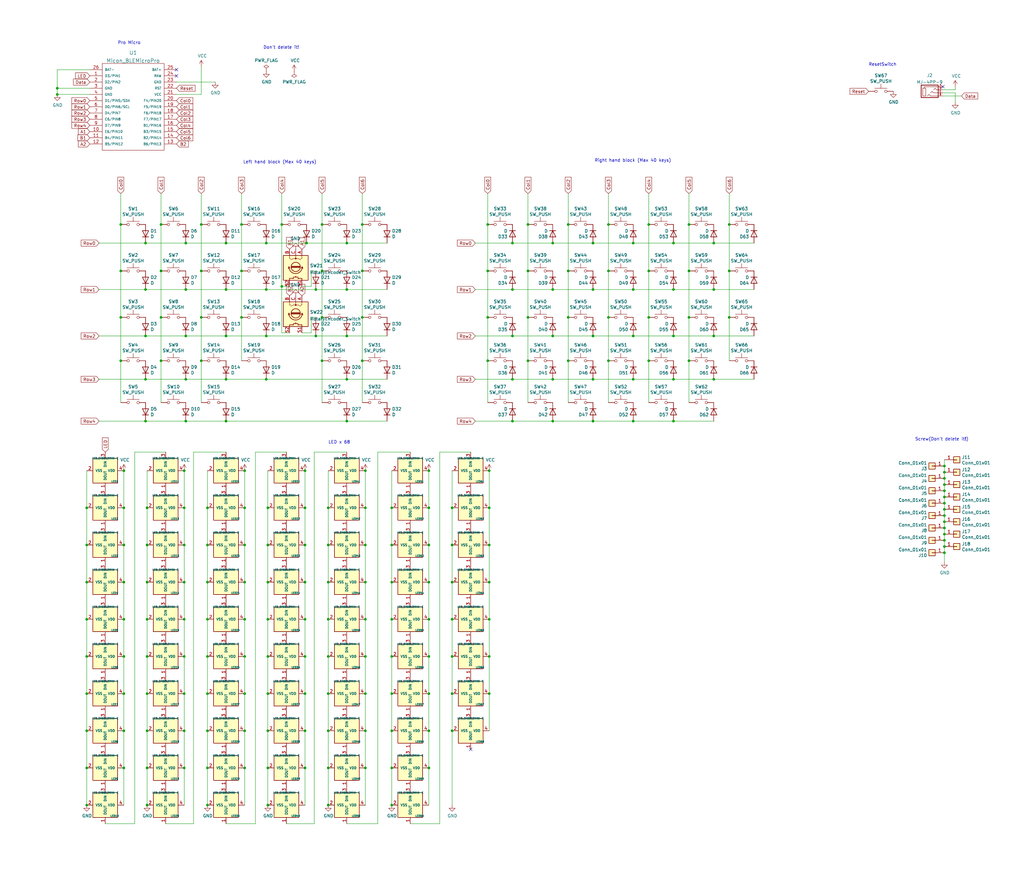
<source format=kicad_sch>
(kicad_sch (version 20211123) (generator eeschema)
  (paper "User" 419.989 360.045)
  (junction (at 216.535 147.955))
  (junction (at 132.08 111.125))
  (junction (at 82.55 92.075))
  (junction (at 109.855 208.28))
  (junction (at 109.22 118.745))
  (junction (at 75.565 223.52))
  (junction (at 175.895 314.96))
  (junction (at 210.185 155.575))
  (junction (at 387.35 191.135))
  (junction (at 129.54 118.745))
  (junction (at 266.065 111.125))
  (junction (at 175.895 299.72))
  (junction (at 387.35 224.155))
  (junction (at 185.42 238.76))
  (junction (at 100.33 254))
  (junction (at 125.73 99.695))
  (junction (at 282.575 111.125))
  (junction (at 387.35 213.995))
  (junction (at 387.35 221.615))
  (junction (at 266.065 130.175))
  (junction (at 243.205 137.795))
  (junction (at 60.325 223.52))
  (junction (at 200.66 269.24))
  (junction (at 243.205 155.575))
  (junction (at 233.045 92.075))
  (junction (at 85.09 330.2))
  (junction (at 148.59 147.955))
  (junction (at 60.325 330.2))
  (junction (at 387.35 206.375))
  (junction (at 148.59 92.075))
  (junction (at 276.225 137.795))
  (junction (at 142.24 172.72))
  (junction (at 109.22 99.695))
  (junction (at 282.575 130.175))
  (junction (at 259.715 137.795))
  (junction (at 249.555 147.955))
  (junction (at 200.66 254))
  (junction (at 99.06 111.125))
  (junction (at 59.69 172.72))
  (junction (at 125.095 238.76))
  (junction (at 132.08 92.075))
  (junction (at 216.535 111.125))
  (junction (at 149.86 254))
  (junction (at 210.185 172.72))
  (junction (at 134.62 269.24))
  (junction (at 276.225 99.695))
  (junction (at 233.045 111.125))
  (junction (at 50.8 254))
  (junction (at 66.04 130.175))
  (junction (at 160.655 223.52))
  (junction (at 50.8 314.96))
  (junction (at 387.35 196.215))
  (junction (at 92.71 118.745))
  (junction (at 200.025 92.075))
  (junction (at 243.205 172.72))
  (junction (at 125.095 223.52))
  (junction (at 233.045 130.175))
  (junction (at 76.2 155.575))
  (junction (at 132.08 147.955))
  (junction (at 282.575 147.955))
  (junction (at 92.71 99.695))
  (junction (at 66.04 111.125))
  (junction (at 266.065 147.955))
  (junction (at 100.33 314.96))
  (junction (at 259.715 99.695))
  (junction (at 49.53 130.175))
  (junction (at 60.325 284.48))
  (junction (at 148.59 111.125))
  (junction (at 175.895 208.28))
  (junction (at 60.325 208.28))
  (junction (at 92.71 137.795))
  (junction (at 160.655 269.24))
  (junction (at 160.655 238.76))
  (junction (at 292.735 155.575))
  (junction (at 226.695 137.795))
  (junction (at 175.895 238.76))
  (junction (at 66.04 92.075))
  (junction (at 75.565 314.96))
  (junction (at 35.56 314.96))
  (junction (at 160.655 330.2))
  (junction (at 216.535 130.175))
  (junction (at 185.42 269.24))
  (junction (at 200.66 238.76))
  (junction (at 35.56 254))
  (junction (at 85.09 238.76))
  (junction (at 216.535 92.075))
  (junction (at 185.42 299.72))
  (junction (at 109.855 269.24))
  (junction (at 134.62 284.48))
  (junction (at 200.66 208.28))
  (junction (at 59.69 155.575))
  (junction (at 185.42 223.52))
  (junction (at 134.62 299.72))
  (junction (at 149.86 269.24))
  (junction (at 200.025 147.955))
  (junction (at 149.86 314.96))
  (junction (at 160.655 284.48))
  (junction (at 109.22 155.575))
  (junction (at 92.71 155.575))
  (junction (at 185.42 254))
  (junction (at 149.86 223.52))
  (junction (at 149.86 193.04))
  (junction (at 82.55 147.955))
  (junction (at 226.695 99.695))
  (junction (at 259.715 172.72))
  (junction (at 100.33 223.52))
  (junction (at 76.2 137.795))
  (junction (at 50.8 208.28))
  (junction (at 85.09 299.72))
  (junction (at 226.695 172.72))
  (junction (at 125.095 208.28))
  (junction (at 142.24 137.795))
  (junction (at 35.56 223.52))
  (junction (at 387.35 201.295))
  (junction (at 200.66 223.52))
  (junction (at 75.565 208.28))
  (junction (at 299.085 130.175))
  (junction (at 233.045 147.955))
  (junction (at 259.715 155.575))
  (junction (at 160.655 314.96))
  (junction (at 85.09 254))
  (junction (at 292.735 99.695))
  (junction (at 292.735 137.795))
  (junction (at 132.08 130.175))
  (junction (at 125.095 314.96))
  (junction (at 185.42 208.28))
  (junction (at 142.24 155.575))
  (junction (at 99.06 130.175))
  (junction (at 85.09 223.52))
  (junction (at 115.57 92.075))
  (junction (at 115.57 117.475))
  (junction (at 387.35 211.455))
  (junction (at 50.8 269.24))
  (junction (at 75.565 269.24))
  (junction (at 200.025 111.125))
  (junction (at 109.855 254))
  (junction (at 210.185 118.745))
  (junction (at 76.2 99.695))
  (junction (at 109.855 238.76))
  (junction (at 75.565 193.04))
  (junction (at 99.06 92.075))
  (junction (at 142.24 118.745))
  (junction (at 35.56 284.48))
  (junction (at 23.495 36.195))
  (junction (at 134.62 208.28))
  (junction (at 200.66 193.04))
  (junction (at 160.655 254))
  (junction (at 50.8 284.48))
  (junction (at 75.565 238.76))
  (junction (at 59.69 118.745))
  (junction (at 387.35 219.075))
  (junction (at 134.62 330.2))
  (junction (at 200.025 130.175))
  (junction (at 100.33 193.04))
  (junction (at 76.2 172.72))
  (junction (at 175.895 254))
  (junction (at 299.085 92.075))
  (junction (at 134.62 254))
  (junction (at 210.185 137.795))
  (junction (at 85.09 208.28))
  (junction (at 60.325 314.96))
  (junction (at 148.59 130.175))
  (junction (at 129.54 137.795))
  (junction (at 76.2 118.745))
  (junction (at 299.085 111.125))
  (junction (at 175.895 284.48))
  (junction (at 35.56 208.28))
  (junction (at 175.895 269.24))
  (junction (at 100.33 299.72))
  (junction (at 259.715 118.745))
  (junction (at 125.095 284.48))
  (junction (at 387.35 203.835))
  (junction (at 249.555 92.075))
  (junction (at 175.895 193.04))
  (junction (at 160.655 208.28))
  (junction (at 125.095 193.04))
  (junction (at 60.325 238.76))
  (junction (at 23.495 38.735))
  (junction (at 60.325 269.24))
  (junction (at 226.695 118.745))
  (junction (at 35.56 330.2))
  (junction (at 226.695 155.575))
  (junction (at 49.53 92.075))
  (junction (at 175.895 223.52))
  (junction (at 276.225 118.745))
  (junction (at 35.56 238.76))
  (junction (at 109.855 330.2))
  (junction (at 109.855 284.48))
  (junction (at 149.86 208.28))
  (junction (at 59.69 137.795))
  (junction (at 125.095 254))
  (junction (at 266.065 92.075))
  (junction (at 134.62 238.76))
  (junction (at 92.71 172.72))
  (junction (at 75.565 284.48))
  (junction (at 60.325 299.72))
  (junction (at 85.09 284.48))
  (junction (at 387.35 193.675))
  (junction (at 100.33 284.48))
  (junction (at 134.62 223.52))
  (junction (at 85.09 269.24))
  (junction (at 387.35 216.535))
  (junction (at 109.22 137.795))
  (junction (at 59.69 99.695))
  (junction (at 100.33 208.28))
  (junction (at 60.325 254))
  (junction (at 50.8 223.52))
  (junction (at 50.8 238.76))
  (junction (at 387.35 226.695))
  (junction (at 75.565 299.72))
  (junction (at 149.86 299.72))
  (junction (at 50.8 193.04))
  (junction (at 100.33 269.24))
  (junction (at 109.855 299.72))
  (junction (at 200.66 284.48))
  (junction (at 49.53 111.125))
  (junction (at 276.225 155.575))
  (junction (at 109.855 223.52))
  (junction (at 35.56 269.24))
  (junction (at 210.185 99.695))
  (junction (at 82.55 130.175))
  (junction (at 387.35 198.755))
  (junction (at 66.04 147.955))
  (junction (at 85.09 314.96))
  (junction (at 160.655 299.72))
  (junction (at 100.33 238.76))
  (junction (at 149.86 238.76))
  (junction (at 82.55 111.125))
  (junction (at 35.56 299.72))
  (junction (at 142.24 99.695))
  (junction (at 243.205 99.695))
  (junction (at 292.735 118.745))
  (junction (at 125.095 299.72))
  (junction (at 75.565 254))
  (junction (at 185.42 284.48))
  (junction (at 49.53 147.955))
  (junction (at 243.205 118.745))
  (junction (at 249.555 111.125))
  (junction (at 387.35 208.915))
  (junction (at 134.62 314.96))
  (junction (at 149.86 284.48))
  (junction (at 50.8 299.72))
  (junction (at 282.575 92.075))
  (junction (at 276.225 172.72))
  (junction (at 109.855 314.96))
  (junction (at 249.555 130.175))
  (junction (at 125.095 269.24))
  (no_connect (at 193.04 307.34))
  (no_connect (at 72.39 31.115))
  (no_connect (at 72.39 28.575))
  (no_connect (at 386.715 35.56))
  (wire (pts (xy 387.35 196.215) (xy 387.35 198.755)))
  (wire (pts (xy 128.905 185.42) (xy 142.24 185.42)))
  (wire (pts (xy 226.695 99.695) (xy 243.205 99.695)))
  (wire (pts (xy 386.715 39.37) (xy 394.335 39.37)))
  (wire (pts (xy 387.35 226.695) (xy 387.35 230.505)))
  (wire (pts (xy 299.085 79.375) (xy 299.085 92.075)))
  (wire (pts (xy 76.2 99.695) (xy 92.71 99.695)))
  (wire (pts (xy 134.62 223.52) (xy 134.62 238.76)))
  (wire (pts (xy 55.245 337.82) (xy 55.245 185.42)))
  (wire (pts (xy 243.205 155.575) (xy 259.715 155.575)))
  (wire (pts (xy 194.945 172.72) (xy 210.185 172.72)))
  (wire (pts (xy 266.065 130.175) (xy 266.065 147.955)))
  (wire (pts (xy 50.8 314.96) (xy 50.8 330.2)))
  (wire (pts (xy 104.775 337.82) (xy 104.775 185.42)))
  (wire (pts (xy 148.59 130.175) (xy 148.59 147.955)))
  (wire (pts (xy 210.185 137.795) (xy 226.695 137.795)))
  (wire (pts (xy 50.8 284.48) (xy 50.8 299.72)))
  (wire (pts (xy 132.08 147.955) (xy 132.08 165.1)))
  (wire (pts (xy 36.83 36.195) (xy 23.495 36.195)))
  (wire (pts (xy 85.09 193.04) (xy 85.09 208.28)))
  (wire (pts (xy 23.495 28.575) (xy 23.495 36.195)))
  (wire (pts (xy 243.205 99.695) (xy 259.715 99.695)))
  (wire (pts (xy 299.085 92.075) (xy 299.085 111.125)))
  (wire (pts (xy 387.35 213.995) (xy 387.35 216.535)))
  (wire (pts (xy 387.35 219.075) (xy 387.35 221.615)))
  (wire (pts (xy 142.24 155.575) (xy 158.75 155.575)))
  (wire (pts (xy 125.095 208.28) (xy 125.095 223.52)))
  (wire (pts (xy 299.085 130.175) (xy 299.085 147.955)))
  (wire (pts (xy 35.56 284.48) (xy 35.56 299.72)))
  (wire (pts (xy 35.56 314.96) (xy 35.56 330.2)))
  (wire (pts (xy 127.635 117.475) (xy 127.635 111.125)))
  (wire (pts (xy 200.025 147.955) (xy 200.025 165.1)))
  (wire (pts (xy 100.33 208.28) (xy 100.33 223.52)))
  (wire (pts (xy 82.55 79.375) (xy 82.55 92.075)))
  (wire (pts (xy 104.775 185.42) (xy 117.475 185.42)))
  (wire (pts (xy 115.57 117.475) (xy 115.57 136.525)))
  (wire (pts (xy 75.565 223.52) (xy 75.565 238.76)))
  (wire (pts (xy 60.325 238.76) (xy 60.325 254)))
  (wire (pts (xy 149.86 193.04) (xy 149.86 208.28)))
  (wire (pts (xy 35.56 299.72) (xy 35.56 314.96)))
  (wire (pts (xy 386.715 36.83) (xy 391.795 36.83)))
  (wire (pts (xy 266.065 79.375) (xy 266.065 92.075)))
  (wire (pts (xy 134.62 238.76) (xy 134.62 254)))
  (wire (pts (xy 259.715 137.795) (xy 276.225 137.795)))
  (wire (pts (xy 148.59 79.375) (xy 148.59 92.075)))
  (wire (pts (xy 160.655 254) (xy 160.655 269.24)))
  (wire (pts (xy 76.2 137.795) (xy 92.71 137.795)))
  (wire (pts (xy 142.24 337.82) (xy 154.94 337.82)))
  (wire (pts (xy 35.56 254) (xy 35.56 269.24)))
  (wire (pts (xy 249.555 111.125) (xy 249.555 130.175)))
  (wire (pts (xy 175.895 269.24) (xy 175.895 284.48)))
  (wire (pts (xy 125.095 193.04) (xy 125.095 208.28)))
  (wire (pts (xy 134.62 193.04) (xy 134.62 208.28)))
  (wire (pts (xy 175.895 208.28) (xy 175.895 223.52)))
  (wire (pts (xy 99.06 130.175) (xy 99.06 147.955)))
  (wire (pts (xy 282.575 92.075) (xy 282.575 111.125)))
  (wire (pts (xy 210.185 99.695) (xy 226.695 99.695)))
  (wire (pts (xy 115.57 117.475) (xy 118.745 117.475)))
  (wire (pts (xy 149.86 284.48) (xy 149.86 299.72)))
  (wire (pts (xy 249.555 147.955) (xy 249.555 165.1)))
  (wire (pts (xy 109.855 208.28) (xy 109.855 223.52)))
  (wire (pts (xy 259.715 99.695) (xy 276.225 99.695)))
  (wire (pts (xy 109.855 223.52) (xy 109.855 238.76)))
  (wire (pts (xy 200.66 238.76) (xy 200.66 254)))
  (wire (pts (xy 185.42 269.24) (xy 185.42 284.48)))
  (wire (pts (xy 292.735 137.795) (xy 309.245 137.795)))
  (wire (pts (xy 125.095 238.76) (xy 125.095 254)))
  (wire (pts (xy 125.095 254) (xy 125.095 269.24)))
  (wire (pts (xy 216.535 111.125) (xy 216.535 130.175)))
  (wire (pts (xy 149.86 208.28) (xy 149.86 223.52)))
  (wire (pts (xy 387.35 224.155) (xy 387.35 226.695)))
  (wire (pts (xy 109.855 284.48) (xy 109.855 299.72)))
  (wire (pts (xy 92.71 118.745) (xy 109.22 118.745)))
  (wire (pts (xy 100.33 254) (xy 100.33 269.24)))
  (wire (pts (xy 233.045 111.125) (xy 233.045 130.175)))
  (wire (pts (xy 129.54 118.745) (xy 142.24 118.745)))
  (wire (pts (xy 132.08 79.375) (xy 132.08 92.075)))
  (wire (pts (xy 266.065 111.125) (xy 266.065 130.175)))
  (wire (pts (xy 100.33 223.52) (xy 100.33 238.76)))
  (wire (pts (xy 49.53 147.955) (xy 49.53 165.1)))
  (wire (pts (xy 149.86 314.96) (xy 149.86 330.2)))
  (wire (pts (xy 210.185 172.72) (xy 226.695 172.72)))
  (wire (pts (xy 249.555 79.375) (xy 249.555 92.075)))
  (wire (pts (xy 134.62 269.24) (xy 134.62 284.48)))
  (wire (pts (xy 76.2 155.575) (xy 92.71 155.575)))
  (wire (pts (xy 92.71 337.82) (xy 104.775 337.82)))
  (wire (pts (xy 49.53 79.375) (xy 49.53 92.075)))
  (wire (pts (xy 249.555 130.175) (xy 249.555 147.955)))
  (wire (pts (xy 79.375 337.82) (xy 79.375 185.42)))
  (wire (pts (xy 109.22 137.795) (xy 129.54 137.795)))
  (wire (pts (xy 88.265 33.655) (xy 72.39 33.655)))
  (wire (pts (xy 109.855 314.96) (xy 109.855 330.2)))
  (wire (pts (xy 387.35 206.375) (xy 387.35 208.915)))
  (wire (pts (xy 266.065 147.955) (xy 266.065 165.1)))
  (wire (pts (xy 387.35 191.135) (xy 387.35 193.675)))
  (wire (pts (xy 85.09 254) (xy 85.09 269.24)))
  (wire (pts (xy 160.655 269.24) (xy 160.655 284.48)))
  (wire (pts (xy 127.635 130.175) (xy 129.54 130.175)))
  (wire (pts (xy 67.945 337.82) (xy 79.375 337.82)))
  (wire (pts (xy 99.06 92.075) (xy 99.06 111.125)))
  (wire (pts (xy 129.54 137.795) (xy 142.24 137.795)))
  (wire (pts (xy 59.69 137.795) (xy 40.64 137.795)))
  (wire (pts (xy 149.86 269.24) (xy 149.86 284.48)))
  (wire (pts (xy 200.025 130.175) (xy 200.025 147.955)))
  (wire (pts (xy 75.565 284.48) (xy 75.565 299.72)))
  (wire (pts (xy 128.905 337.82) (xy 128.905 185.42)))
  (wire (pts (xy 282.575 130.175) (xy 282.575 147.955)))
  (wire (pts (xy 266.065 92.075) (xy 266.065 111.125)))
  (wire (pts (xy 49.53 92.075) (xy 49.53 111.125)))
  (wire (pts (xy 60.325 254) (xy 60.325 269.24)))
  (wire (pts (xy 154.94 337.82) (xy 154.94 185.42)))
  (wire (pts (xy 276.225 137.795) (xy 292.735 137.795)))
  (wire (pts (xy 123.825 117.475) (xy 127.635 117.475)))
  (wire (pts (xy 82.55 130.175) (xy 82.55 147.955)))
  (wire (pts (xy 292.735 99.695) (xy 309.245 99.695)))
  (wire (pts (xy 49.53 111.125) (xy 49.53 130.175)))
  (wire (pts (xy 132.08 111.125) (xy 132.08 130.175)))
  (wire (pts (xy 117.475 337.82) (xy 128.905 337.82)))
  (wire (pts (xy 210.185 155.575) (xy 226.695 155.575)))
  (wire (pts (xy 75.565 208.28) (xy 75.565 223.52)))
  (wire (pts (xy 387.35 198.755) (xy 387.35 201.295)))
  (wire (pts (xy 125.095 299.72) (xy 125.095 314.96)))
  (wire (pts (xy 79.375 185.42) (xy 92.71 185.42)))
  (wire (pts (xy 75.565 269.24) (xy 75.565 284.48)))
  (wire (pts (xy 185.42 254) (xy 185.42 269.24)))
  (wire (pts (xy 233.045 147.955) (xy 233.045 165.1)))
  (wire (pts (xy 142.24 172.72) (xy 158.75 172.72)))
  (wire (pts (xy 259.715 155.575) (xy 276.225 155.575)))
  (wire (pts (xy 194.945 99.695) (xy 210.185 99.695)))
  (wire (pts (xy 92.71 99.695) (xy 109.22 99.695)))
  (wire (pts (xy 226.695 172.72) (xy 243.205 172.72)))
  (wire (pts (xy 23.495 36.195) (xy 23.495 38.735)))
  (wire (pts (xy 387.35 201.295) (xy 387.35 203.835)))
  (wire (pts (xy 142.24 99.695) (xy 158.75 99.695)))
  (wire (pts (xy 50.8 223.52) (xy 50.8 238.76)))
  (wire (pts (xy 123.825 136.525) (xy 127.635 136.525)))
  (wire (pts (xy 185.42 223.52) (xy 185.42 238.76)))
  (wire (pts (xy 387.35 211.455) (xy 387.35 213.995)))
  (wire (pts (xy 387.35 203.835) (xy 387.35 206.375)))
  (wire (pts (xy 149.86 299.72) (xy 149.86 314.96)))
  (wire (pts (xy 109.855 299.72) (xy 109.855 314.96)))
  (wire (pts (xy 66.04 147.955) (xy 66.04 165.1)))
  (wire (pts (xy 391.795 35.56) (xy 391.795 36.83)))
  (wire (pts (xy 109.855 254) (xy 109.855 269.24)))
  (wire (pts (xy 125.095 284.48) (xy 125.095 299.72)))
  (wire (pts (xy 109.22 118.745) (xy 129.54 118.745)))
  (wire (pts (xy 100.33 269.24) (xy 100.33 284.48)))
  (wire (pts (xy 127.635 136.525) (xy 127.635 130.175)))
  (wire (pts (xy 125.095 223.52) (xy 125.095 238.76)))
  (wire (pts (xy 59.69 172.72) (xy 76.2 172.72)))
  (wire (pts (xy 82.55 111.125) (xy 82.55 130.175)))
  (wire (pts (xy 59.69 155.575) (xy 40.64 155.575)))
  (wire (pts (xy 160.655 193.04) (xy 160.655 208.28)))
  (wire (pts (xy 134.62 208.28) (xy 134.62 223.52)))
  (wire (pts (xy 148.59 147.955) (xy 148.59 165.1)))
  (wire (pts (xy 82.55 92.075) (xy 82.55 111.125)))
  (wire (pts (xy 60.325 193.04) (xy 60.325 208.28)))
  (wire (pts (xy 387.35 188.595) (xy 387.35 191.135)))
  (wire (pts (xy 386.715 38.1) (xy 391.795 38.1)))
  (wire (pts (xy 66.04 130.175) (xy 66.04 147.955)))
  (wire (pts (xy 100.33 299.72) (xy 100.33 314.96)))
  (wire (pts (xy 35.56 238.76) (xy 35.56 254)))
  (wire (pts (xy 134.62 284.48) (xy 134.62 299.72)))
  (wire (pts (xy 55.245 185.42) (xy 67.945 185.42)))
  (wire (pts (xy 85.09 314.96) (xy 85.09 330.2)))
  (wire (pts (xy 142.24 118.745) (xy 158.75 118.745)))
  (wire (pts (xy 180.34 337.82) (xy 180.34 185.42)))
  (wire (pts (xy 50.8 238.76) (xy 50.8 254)))
  (wire (pts (xy 75.565 314.96) (xy 75.565 330.2)))
  (wire (pts (xy 200.66 208.28) (xy 200.66 223.52)))
  (wire (pts (xy 75.565 299.72) (xy 75.565 314.96)))
  (wire (pts (xy 282.575 111.125) (xy 282.575 130.175)))
  (wire (pts (xy 200.66 284.48) (xy 200.66 299.72)))
  (wire (pts (xy 132.08 130.175) (xy 132.08 147.955)))
  (wire (pts (xy 259.715 118.745) (xy 276.225 118.745)))
  (wire (pts (xy 60.325 223.52) (xy 60.325 238.76)))
  (wire (pts (xy 115.57 79.375) (xy 115.57 92.075)))
  (wire (pts (xy 36.83 38.735) (xy 23.495 38.735)))
  (wire (pts (xy 100.33 314.96) (xy 100.33 330.2)))
  (wire (pts (xy 216.535 79.375) (xy 216.535 92.075)))
  (wire (pts (xy 276.225 172.72) (xy 292.735 172.72)))
  (wire (pts (xy 175.895 254) (xy 175.895 269.24)))
  (wire (pts (xy 76.2 118.745) (xy 92.71 118.745)))
  (wire (pts (xy 59.69 137.795) (xy 76.2 137.795)))
  (wire (pts (xy 125.095 269.24) (xy 125.095 284.48)))
  (wire (pts (xy 75.565 193.04) (xy 75.565 208.28)))
  (wire (pts (xy 200.025 92.075) (xy 200.025 111.125)))
  (wire (pts (xy 66.04 92.075) (xy 66.04 111.125)))
  (wire (pts (xy 391.795 38.1) (xy 391.795 41.91)))
  (wire (pts (xy 100.33 284.48) (xy 100.33 299.72)))
  (wire (pts (xy 160.655 238.76) (xy 160.655 254)))
  (wire (pts (xy 92.71 172.72) (xy 142.24 172.72)))
  (wire (pts (xy 43.18 337.82) (xy 55.245 337.82)))
  (wire (pts (xy 82.55 38.735) (xy 82.55 27.305)))
  (wire (pts (xy 276.225 155.575) (xy 292.735 155.575)))
  (wire (pts (xy 200.66 254) (xy 200.66 269.24)))
  (wire (pts (xy 125.73 99.695) (xy 142.24 99.695)))
  (wire (pts (xy 226.695 137.795) (xy 243.205 137.795)))
  (wire (pts (xy 243.205 172.72) (xy 259.715 172.72)))
  (wire (pts (xy 175.895 238.76) (xy 175.895 254)))
  (wire (pts (xy 109.855 269.24) (xy 109.855 284.48)))
  (wire (pts (xy 243.205 118.745) (xy 259.715 118.745)))
  (wire (pts (xy 154.94 185.42) (xy 168.275 185.42)))
  (wire (pts (xy 85.09 299.72) (xy 85.09 314.96)))
  (wire (pts (xy 233.045 130.175) (xy 233.045 147.955)))
  (wire (pts (xy 99.06 111.125) (xy 99.06 130.175)))
  (wire (pts (xy 282.575 79.375) (xy 282.575 92.075)))
  (wire (pts (xy 282.575 147.955) (xy 282.575 165.1)))
  (wire (pts (xy 35.56 208.28) (xy 35.56 223.52)))
  (wire (pts (xy 127.635 111.125) (xy 129.54 111.125)))
  (wire (pts (xy 142.24 137.795) (xy 158.75 137.795)))
  (wire (pts (xy 35.56 223.52) (xy 35.56 238.76)))
  (wire (pts (xy 149.86 223.52) (xy 149.86 238.76)))
  (wire (pts (xy 216.535 92.075) (xy 216.535 111.125)))
  (wire (pts (xy 59.69 155.575) (xy 76.2 155.575)))
  (wire (pts (xy 132.08 92.075) (xy 132.08 111.125)))
  (wire (pts (xy 60.325 299.72) (xy 60.325 314.96)))
  (wire (pts (xy 85.09 269.24) (xy 85.09 284.48)))
  (wire (pts (xy 276.225 118.745) (xy 292.735 118.745)))
  (wire (pts (xy 59.69 118.745) (xy 76.2 118.745)))
  (wire (pts (xy 85.09 223.52) (xy 85.09 238.76)))
  (wire (pts (xy 259.715 172.72) (xy 276.225 172.72)))
  (wire (pts (xy 200.66 193.04) (xy 200.66 208.28)))
  (wire (pts (xy 50.8 208.28) (xy 50.8 223.52)))
  (wire (pts (xy 109.855 193.04) (xy 109.855 208.28)))
  (wire (pts (xy 60.325 314.96) (xy 60.325 330.2)))
  (wire (pts (xy 160.655 284.48) (xy 160.655 299.72)))
  (wire (pts (xy 233.045 79.375) (xy 233.045 92.075)))
  (wire (pts (xy 100.33 193.04) (xy 100.33 208.28)))
  (wire (pts (xy 148.59 111.125) (xy 148.59 130.175)))
  (wire (pts (xy 125.095 314.96) (xy 125.095 330.2)))
  (wire (pts (xy 175.895 223.52) (xy 175.895 238.76)))
  (wire (pts (xy 226.695 155.575) (xy 243.205 155.575)))
  (wire (pts (xy 168.275 337.82) (xy 180.34 337.82)))
  (wire (pts (xy 160.655 314.96) (xy 160.655 330.2)))
  (wire (pts (xy 72.39 38.735) (xy 82.55 38.735)))
  (wire (pts (xy 82.55 147.955) (xy 82.55 165.1)))
  (wire (pts (xy 200.66 269.24) (xy 200.66 284.48)))
  (wire (pts (xy 249.555 92.075) (xy 249.555 111.125)))
  (wire (pts (xy 109.855 238.76) (xy 109.855 254)))
  (wire (pts (xy 99.06 79.375) (xy 99.06 92.075)))
  (wire (pts (xy 175.895 314.96) (xy 175.895 330.2)))
  (wire (pts (xy 49.53 130.175) (xy 49.53 147.955)))
  (wire (pts (xy 387.35 216.535) (xy 387.35 219.075)))
  (wire (pts (xy 134.62 314.96) (xy 134.62 330.2)))
  (wire (pts (xy 233.045 92.075) (xy 233.045 111.125)))
  (wire (pts (xy 160.655 223.52) (xy 160.655 238.76)))
  (wire (pts (xy 109.22 155.575) (xy 142.24 155.575)))
  (wire (pts (xy 59.69 118.745) (xy 40.64 118.745)))
  (wire (pts (xy 210.185 118.745) (xy 226.695 118.745)))
  (wire (pts (xy 60.325 269.24) (xy 60.325 284.48)))
  (wire (pts (xy 185.42 299.72) (xy 185.42 330.2)))
  (wire (pts (xy 35.56 193.04) (xy 35.56 208.28)))
  (wire (pts (xy 216.535 147.955) (xy 216.535 165.1)))
  (wire (pts (xy 175.895 299.72) (xy 175.895 314.96)))
  (wire (pts (xy 92.71 137.795) (xy 109.22 137.795)))
  (wire (pts (xy 75.565 254) (xy 75.565 269.24)))
  (wire (pts (xy 60.325 284.48) (xy 60.325 299.72)))
  (wire (pts (xy 59.69 99.695) (xy 76.2 99.695)))
  (wire (pts (xy 243.205 137.795) (xy 259.715 137.795)))
  (wire (pts (xy 66.04 79.375) (xy 66.04 92.075)))
  (wire (pts (xy 226.695 118.745) (xy 243.205 118.745)))
  (wire (pts (xy 200.025 79.375) (xy 200.025 92.075)))
  (wire (pts (xy 76.2 172.72) (xy 92.71 172.72)))
  (wire (pts (xy 85.09 238.76) (xy 85.09 254)))
  (wire (pts (xy 109.22 99.695) (xy 125.73 99.695)))
  (wire (pts (xy 200.025 111.125) (xy 200.025 130.175)))
  (wire (pts (xy 92.71 155.575) (xy 109.22 155.575)))
  (wire (pts (xy 185.42 208.28) (xy 185.42 223.52)))
  (wire (pts (xy 216.535 130.175) (xy 216.535 147.955)))
  (wire (pts (xy 180.34 185.42) (xy 193.04 185.42)))
  (wire (pts (xy 160.655 208.28) (xy 160.655 223.52)))
  (wire (pts (xy 50.8 193.04) (xy 50.8 208.28)))
  (wire (pts (xy 299.085 111.125) (xy 299.085 130.175)))
  (wire (pts (xy 85.09 284.48) (xy 85.09 299.72)))
  (wire (pts (xy 59.69 172.72) (xy 40.64 172.72)))
  (wire (pts (xy 115.57 92.075) (xy 115.57 117.475)))
  (wire (pts (xy 185.42 238.76) (xy 185.42 254)))
  (wire (pts (xy 149.86 254) (xy 149.86 269.24)))
  (wire (pts (xy 149.86 238.76) (xy 149.86 254)))
  (wire (pts (xy 175.895 284.48) (xy 175.895 299.72)))
  (wire (pts (xy 50.8 254) (xy 50.8 269.24)))
  (wire (pts (xy 185.42 284.48) (xy 185.42 299.72)))
  (wire (pts (xy 292.735 155.575) (xy 309.245 155.575)))
  (wire (pts (xy 134.62 254) (xy 134.62 269.24)))
  (wire (pts (xy 50.8 269.24) (xy 50.8 284.48)))
  (wire (pts (xy 60.325 208.28) (xy 60.325 223.52)))
  (wire (pts (xy 276.225 99.695) (xy 292.735 99.695)))
  (wire (pts (xy 387.35 193.675) (xy 387.35 196.215)))
  (wire (pts (xy 200.66 223.52) (xy 200.66 238.76)))
  (wire (pts (xy 148.59 92.075) (xy 148.59 111.125)))
  (wire (pts (xy 194.945 118.745) (xy 210.185 118.745)))
  (wire (pts (xy 134.62 299.72) (xy 134.62 314.96)))
  (wire (pts (xy 115.57 136.525) (xy 118.745 136.525)))
  (wire (pts (xy 194.945 137.795) (xy 210.185 137.795)))
  (wire (pts (xy 292.735 118.745) (xy 309.245 118.745)))
  (wire (pts (xy 50.8 299.72) (xy 50.8 314.96)))
  (wire (pts (xy 75.565 238.76) (xy 75.565 254)))
  (wire (pts (xy 85.09 208.28) (xy 85.09 223.52)))
  (wire (pts (xy 66.04 111.125) (xy 66.04 130.175)))
  (wire (pts (xy 36.83 28.575) (xy 23.495 28.575)))
  (wire (pts (xy 185.42 193.04) (xy 185.42 208.28)))
  (wire (pts (xy 160.655 299.72) (xy 160.655 314.96)))
  (wire (pts (xy 100.33 238.76) (xy 100.33 254)))
  (wire (pts (xy 387.35 208.915) (xy 387.35 211.455)))
  (wire (pts (xy 35.56 269.24) (xy 35.56 284.48)))
  (wire (pts (xy 59.69 99.695) (xy 40.64 99.695)))
  (wire (pts (xy 175.895 193.04) (xy 175.895 208.28)))
  (wire (pts (xy 194.945 155.575) (xy 210.185 155.575)))
  (wire (pts (xy 387.35 221.615) (xy 387.35 224.155)))
  (text "Pro Micro" (at 48.26 18.415 0) (effects (font (size 1.27 1.27)) (justify left bottom)))
  (text "Don't delete it!" (at 107.95 20.32 0) (effects (font (size 1.27 1.27)) (justify left bottom)))
  (text "Left hand block (Max 40 keys)" (at 99.695 67.31 0) (effects (font (size 1.27 1.27)) (justify left bottom)))
  (text "Screw(Don't delete it!)" (at 375.285 180.975 0) (effects (font (size 1.27 1.27)) (justify left bottom)))
  (text "ResetSwitch" (at 356.235 27.305 0) (effects (font (size 1.27 1.27)) (justify left bottom)))
  (text "LED x 68" (at 134.62 182.245 0) (effects (font (size 1.27 1.27)) (justify left bottom)))
  (text "Right hand block (Max 40 keys)" (at 243.84 66.675 0) (effects (font (size 1.27 1.27)) (justify left bottom)))
  (global_label "Row0" (shape input) (at 40.64 99.695 180) (property "Intersheet References" "${INTERSHEET_REFS}" (effects hide)))
  (global_label "B1" (shape input) (at 118.745 102.235 90) (property "Intersheet References" "${INTERSHEET_REFS}" (effects hide)))
  (global_label "Row1" (shape input) (at 194.945 118.745 180) (property "Intersheet References" "${INTERSHEET_REFS}" (effects hide)))
  (global_label "Reset" (shape input) (at 72.39 36.195 0) (property "Intersheet References" "${INTERSHEET_REFS}" (effects hide)))
  (global_label "B2" (shape input) (at 118.745 121.285 90) (property "Intersheet References" "${INTERSHEET_REFS}" (effects hide)))
  (global_label "Data" (shape input) (at 394.335 39.37 0) (property "Intersheet References" "${INTERSHEET_REFS}" (effects hide)))
  (global_label "Col6" (shape input) (at 72.39 56.515 0) (property "Intersheet References" "${INTERSHEET_REFS}" (effects hide)))
  (global_label "Row4" (shape input) (at 36.83 51.435 180) (property "Intersheet References" "${INTERSHEET_REFS}" (effects hide)))
  (global_label "A2" (shape input) (at 123.825 121.285 90) (property "Intersheet References" "${INTERSHEET_REFS}" (effects hide)))
  (global_label "Col4" (shape input) (at 72.39 51.435 0) (property "Intersheet References" "${INTERSHEET_REFS}" (effects hide)))
  (global_label "Row2" (shape input) (at 40.64 137.795 180) (property "Intersheet References" "${INTERSHEET_REFS}" (effects hide)))
  (global_label "Row2" (shape input) (at 194.945 137.795 180) (property "Intersheet References" "${INTERSHEET_REFS}" (effects hide)))
  (global_label "Row3" (shape input) (at 40.64 155.575 180) (property "Intersheet References" "${INTERSHEET_REFS}" (effects hide)))
  (global_label "B2" (shape input) (at 72.39 59.055 0) (property "Intersheet References" "${INTERSHEET_REFS}" (effects hide)))
  (global_label "Row0" (shape input) (at 194.945 99.695 180) (property "Intersheet References" "${INTERSHEET_REFS}" (effects hide)))
  (global_label "Col3" (shape input) (at 72.39 48.895 0) (property "Intersheet References" "${INTERSHEET_REFS}" (effects hide)))
  (global_label "A1" (shape input) (at 36.83 53.975 180) (property "Intersheet References" "${INTERSHEET_REFS}" (effects hide)))
  (global_label "A1" (shape input) (at 123.825 102.235 90) (property "Intersheet References" "${INTERSHEET_REFS}" (effects hide)))
  (global_label "LED" (shape input) (at 43.18 185.42 90) (property "Intersheet References" "${INTERSHEET_REFS}" (effects hide)))
  (global_label "Row4" (shape input) (at 40.64 172.72 180) (property "Intersheet References" "${INTERSHEET_REFS}" (effects hide)))
  (global_label "Col0" (shape input) (at 49.53 79.375 90) (property "Intersheet References" "${INTERSHEET_REFS}" (effects hide)))
  (global_label "Row1" (shape input) (at 36.83 43.815 180) (property "Intersheet References" "${INTERSHEET_REFS}" (effects hide)))
  (global_label "Col2" (shape input) (at 72.39 46.355 0) (property "Intersheet References" "${INTERSHEET_REFS}" (effects hide)))
  (global_label "Col2" (shape input) (at 233.045 79.375 90) (property "Intersheet References" "${INTERSHEET_REFS}" (effects hide)))
  (global_label "Col4" (shape input) (at 115.57 79.375 90) (property "Intersheet References" "${INTERSHEET_REFS}" (effects hide)))
  (global_label "Col2" (shape input) (at 82.55 79.375 90) (property "Intersheet References" "${INTERSHEET_REFS}" (effects hide)))
  (global_label "Col0" (shape input) (at 72.39 41.275 0) (property "Intersheet References" "${INTERSHEET_REFS}" (effects hide)))
  (global_label "Col3" (shape input) (at 249.555 79.375 90) (property "Intersheet References" "${INTERSHEET_REFS}" (effects hide)))
  (global_label "Row4" (shape input) (at 194.945 172.72 180) (property "Intersheet References" "${INTERSHEET_REFS}" (effects hide)))
  (global_label "Row1" (shape input) (at 40.64 118.745 180) (property "Intersheet References" "${INTERSHEET_REFS}" (effects hide)))
  (global_label "Col3" (shape input) (at 99.06 79.375 90) (property "Intersheet References" "${INTERSHEET_REFS}" (effects hide)))
  (global_label "A2" (shape input) (at 36.83 59.055 180) (property "Intersheet References" "${INTERSHEET_REFS}" (effects hide)))
  (global_label "Row3" (shape input) (at 36.83 48.895 180) (property "Intersheet References" "${INTERSHEET_REFS}" (effects hide)))
  (global_label "Col5" (shape input) (at 282.575 79.375 90) (property "Intersheet References" "${INTERSHEET_REFS}" (effects hide)))
  (global_label "LED" (shape input) (at 36.83 31.115 180) (property "Intersheet References" "${INTERSHEET_REFS}" (effects hide)))
  (global_label "Col0" (shape input) (at 200.025 79.375 90) (property "Intersheet References" "${INTERSHEET_REFS}" (effects hide)))
  (global_label "Row2" (shape input) (at 36.83 46.355 180) (property "Intersheet References" "${INTERSHEET_REFS}" (effects hide)))
  (global_label "Col5" (shape input) (at 132.08 79.375 90) (property "Intersheet References" "${INTERSHEET_REFS}" (effects hide)))
  (global_label "Col1" (shape input) (at 216.535 79.375 90) (property "Intersheet References" "${INTERSHEET_REFS}" (effects hide)))
  (global_label "Data" (shape input) (at 36.83 33.655 180) (property "Intersheet References" "${INTERSHEET_REFS}" (effects hide)))
  (global_label "Col5" (shape input) (at 72.39 53.975 0) (property "Intersheet References" "${INTERSHEET_REFS}" (effects hide)))
  (global_label "Col4" (shape input) (at 266.065 79.375 90) (property "Intersheet References" "${INTERSHEET_REFS}" (effects hide)))
  (global_label "Row3" (shape input) (at 194.945 155.575 180) (property "Intersheet References" "${INTERSHEET_REFS}" (effects hide)))
  (global_label "B1" (shape input) (at 36.83 56.515 180) (property "Intersheet References" "${INTERSHEET_REFS}" (effects hide)))
  (global_label "Col6" (shape input) (at 299.085 79.375 90) (property "Intersheet References" "${INTERSHEET_REFS}" (effects hide)))
  (global_label "Col1" (shape input) (at 66.04 79.375 90) (property "Intersheet References" "${INTERSHEET_REFS}" (effects hide)))
  (global_label "Reset" (shape input) (at 356.235 37.465 180) (property "Intersheet References" "${INTERSHEET_REFS}" (effects hide)))
  (global_label "Col6" (shape input) (at 148.59 79.375 90) (property "Intersheet References" "${INTERSHEET_REFS}" (effects hide)))
  (global_label "Col1" (shape input) (at 72.39 43.815 0) (property "Intersheet References" "${INTERSHEET_REFS}" (effects hide)))
  (global_label "Row0" (shape input) (at 36.83 41.275 180) (property "Intersheet References" "${INTERSHEET_REFS}" (effects hide)))
  (symbol (lib_id "power:PWR_FLAG") (at 109.22 29.21 0) (unit 1)
    (property "Reference" "#FLG01" (effects hide))
    (property "Value" "PWR_FLAG" (at 109.22 24.7904 0))
  )
  (symbol (lib_id "power:PWR_FLAG") (at 120.65 29.21 180) (unit 1)
    (property "Reference" "#FLG02" (effects hide))
    (property "Value" "PWR_FLAG" (at 120.65 33.6042 0))
  )
  (symbol (lib_id "power:GND") (at 109.22 29.21 0) (unit 1)
    (property "Reference" "#PWR010" (effects hide))
    (property "Value" "GND" (at 109.347 33.6042 0))
  )
  (symbol (lib_id "power:VCC") (at 120.65 29.21 0) (unit 1)
    (property "Reference" "#PWR012" (effects hide))
    (property "Value" "VCC" (at 121.0818 24.8158 0))
  )
  (symbol (lib_id "power:GND") (at 88.265 33.655 0) (unit 1)
    (property "Reference" "#PWR08" (effects hide))
    (property "Value" "GND" (at 88.392 38.0492 0))
  )
  (symbol (lib_id "power:VCC") (at 82.55 27.305 0) (unit 1)
    (property "Reference" "#PWR06" (effects hide))
    (property "Value" "VCC" (at 82.9818 22.9108 0))
  )
  (symbol (lib_id "power:GND") (at 23.495 38.735 0) (unit 1)
    (property "Reference" "#PWR01" (effects hide))
    (property "Value" "GND" (at 23.622 43.1292 0))
  )
  (symbol (lib_id "Switch:SW_Push") (at 71.12 92.075 0) (unit 1)
    (property "Reference" "SW6" (at 71.12 85.598 0))
    (property "Value" "SW_PUSH" (at 71.12 87.9094 0))
    (property "Footprint" "kbd_SW:CherryMX_Hotswap_1u" (effects hide))
  )
  (symbol (lib_id "Switch:SW_Push") (at 54.61 92.075 0) (unit 1)
    (property "Reference" "SW1" (at 54.61 85.598 0))
    (property "Value" "SW_PUSH" (at 54.61 87.9094 0))
    (property "Footprint" "kbd_SW:CherryMX_Hotswap_1u" (effects hide))
  )
  (symbol (lib_id "Switch:SW_Push") (at 54.61 111.125 0) (unit 1)
    (property "Reference" "SW2" (at 54.61 104.648 0))
    (property "Value" "SW_PUSH" (at 54.61 106.9594 0))
    (property "Footprint" "kbd_SW:CherryMX_Hotswap_1u" (effects hide))
  )
  (symbol (lib_id "Switch:SW_Push") (at 71.12 111.125 0) (unit 1)
    (property "Reference" "SW7" (at 71.12 104.648 0))
    (property "Value" "SW_PUSH" (at 71.12 106.9594 0))
    (property "Footprint" "kbd_SW:CherryMX_Hotswap_1u" (effects hide))
  )
  (symbol (lib_id "Device:D") (at 59.69 95.885 90) (unit 1)
    (property "Reference" "D1" (at 61.6966 94.7166 90) (effects (justify right)))
    (property "Value" "D" (at 61.6966 97.028 90) (effects (justify right)))
    (property "Footprint" "kbd_Parts:Diode_TH_SMD" (effects hide))
  )
  (symbol (lib_id "Device:D") (at 76.2 95.885 90) (unit 1)
    (property "Reference" "D6" (at 78.2066 94.7166 90) (effects (justify right)))
    (property "Value" "D" (at 78.2066 97.028 90) (effects (justify right)))
    (property "Footprint" "kbd_Parts:Diode_TH_SMD" (effects hide))
  )
  (symbol (lib_id "Device:D") (at 76.2 114.935 90) (unit 1)
    (property "Reference" "D7" (at 78.2066 113.7666 90) (effects (justify right)))
    (property "Value" "D" (at 78.2066 116.078 90) (effects (justify right)))
    (property "Footprint" "kbd_Parts:Diode_TH_SMD" (effects hide))
  )
  (symbol (lib_id "Device:D") (at 59.69 114.935 90) (unit 1)
    (property "Reference" "D2" (at 61.6966 113.7666 90) (effects (justify right)))
    (property "Value" "D" (at 61.6966 116.078 90) (effects (justify right)))
    (property "Footprint" "kbd_Parts:Diode_TH_SMD" (effects hide))
  )
  (symbol (lib_id "Switch:SW_Push") (at 361.315 37.465 0) (unit 1)
    (property "Reference" "SW67" (at 361.315 30.988 0))
    (property "Value" "SW_PUSH" (at 361.315 33.2994 0))
    (property "Footprint" "kbd_Parts:ResetSW" (effects hide))
  )
  (symbol (lib_id "power:GND") (at 366.395 37.465 0) (unit 1)
    (property "Reference" "#PWR023" (effects hide))
    (property "Value" "GND" (at 366.522 41.8592 0))
  )
  (symbol (lib_id "Switch:SW_Push") (at 104.14 92.075 0) (unit 1)
    (property "Reference" "SW16" (at 104.14 85.598 0))
    (property "Value" "SW_PUSH" (at 104.14 87.9094 0))
    (property "Footprint" "kbd_SW:CherryMX_Hotswap_1u" (effects hide))
  )
  (symbol (lib_id "Switch:SW_Push") (at 120.65 92.075 0) (unit 1)
    (property "Reference" "SW20" (at 120.65 85.598 0))
    (property "Value" "SW_PUSH" (at 120.65 87.9094 0))
    (property "Footprint" "kbd_SW:CherryMX_Hotswap_1u" (effects hide))
  )
  (symbol (lib_id "Switch:SW_Push") (at 137.16 92.075 0) (unit 1)
    (property "Reference" "SW23" (at 137.16 85.598 0))
    (property "Value" "SW_PUSH" (at 137.16 87.9094 0))
    (property "Footprint" "kbd_SW:CherryMX_Hotswap_1u" (effects hide))
  )
  (symbol (lib_id "Switch:SW_Push") (at 87.63 92.075 0) (unit 1)
    (property "Reference" "SW11" (at 87.63 85.598 0))
    (property "Value" "SW_PUSH" (at 87.63 87.9094 0))
    (property "Footprint" "kbd_SW:CherryMX_Hotswap_1u" (effects hide))
  )
  (symbol (lib_id "Switch:SW_Push") (at 104.14 130.175 0) (unit 1)
    (property "Reference" "SW18" (at 104.14 123.698 0))
    (property "Value" "SW_PUSH" (at 104.14 126.0094 0))
    (property "Footprint" "kbd_SW:CherryMX_Hotswap_1u" (effects hide))
  )
  (symbol (lib_id "Switch:SW_Push") (at 104.14 111.125 0) (unit 1)
    (property "Reference" "SW17" (at 104.14 104.648 0))
    (property "Value" "SW_PUSH" (at 104.14 106.9594 0))
    (property "Footprint" "kbd_SW:CherryMX_Hotswap_1u" (effects hide))
  )
  (symbol (lib_id "Switch:SW_Push") (at 137.16 111.125 0) (unit 1)
    (property "Reference" "SW24" (at 137.16 104.648 0))
    (property "Value" "SW_PUSH" (at 137.16 106.9594 0))
    (property "Footprint" "kbd_SW:CherryMX_Hotswap_1u" (effects hide))
  )
  (symbol (lib_id "Switch:SW_Push") (at 87.63 111.125 0) (unit 1)
    (property "Reference" "SW12" (at 87.63 104.648 0))
    (property "Value" "SW_PUSH" (at 87.63 106.9594 0))
    (property "Footprint" "kbd_SW:CherryMX_Hotswap_1u" (effects hide))
  )
  (symbol (lib_id "Switch:SW_Push") (at 54.61 130.175 0) (unit 1)
    (property "Reference" "SW3" (at 54.61 123.698 0))
    (property "Value" "SW_PUSH" (at 54.61 126.0094 0))
    (property "Footprint" "kbd_SW:CherryMX_Hotswap_1u" (effects hide))
  )
  (symbol (lib_id "Switch:SW_Push") (at 54.61 147.955 0) (unit 1)
    (property "Reference" "SW4" (at 54.61 141.478 0))
    (property "Value" "SW_PUSH" (at 54.61 143.7894 0))
    (property "Footprint" "kbd_SW:CherryMX_Hotswap_1u" (effects hide))
  )
  (symbol (lib_id "Switch:SW_Push") (at 71.12 130.175 0) (unit 1)
    (property "Reference" "SW8" (at 71.12 123.698 0))
    (property "Value" "SW_PUSH" (at 71.12 126.0094 0))
    (property "Footprint" "kbd_SW:CherryMX_Hotswap_1u" (effects hide))
  )
  (symbol (lib_id "Switch:SW_Push") (at 71.12 147.955 0) (unit 1)
    (property "Reference" "SW9" (at 71.12 141.478 0))
    (property "Value" "SW_PUSH" (at 71.12 143.7894 0))
    (property "Footprint" "kbd_SW:CherryMX_Hotswap_1u" (effects hide))
  )
  (symbol (lib_id "Switch:SW_Push") (at 87.63 130.175 0) (unit 1)
    (property "Reference" "SW13" (at 87.63 123.698 0))
    (property "Value" "SW_PUSH" (at 87.63 126.0094 0))
    (property "Footprint" "kbd_SW:CherryMX_Hotswap_1u" (effects hide))
  )
  (symbol (lib_id "Switch:SW_Push") (at 104.14 147.955 0) (unit 1)
    (property "Reference" "SW19" (at 104.14 141.478 0))
    (property "Value" "SW_PUSH" (at 104.14 143.7894 0))
    (property "Footprint" "kbd_SW:CherryMX_Hotswap_2u" (effects hide))
  )
  (symbol (lib_id "Switch:SW_Push") (at 137.16 147.955 0) (unit 1)
    (property "Reference" "SW26" (at 137.16 141.478 0))
    (property "Value" "SW_PUSH" (at 137.16 143.7894 0))
    (property "Footprint" "kbd_SW:CherryMX_Hotswap_2u_Rev" (effects hide))
  )
  (symbol (lib_id "Switch:SW_Push") (at 137.16 130.175 0) (unit 1)
    (property "Reference" "SW25" (at 137.16 123.698 0))
    (property "Value" "SW_PUSH" (at 137.16 126.0094 0))
    (property "Footprint" "kbd_SW:CherryMX_Hotswap_1u" (effects hide))
  )
  (symbol (lib_id "Device:D") (at 92.71 95.885 90) (unit 1)
    (property "Reference" "D11" (at 94.7166 94.7166 90) (effects (justify right)))
    (property "Value" "D" (at 94.7166 97.028 90) (effects (justify right)))
    (property "Footprint" "kbd_Parts:Diode_TH_SMD" (effects hide))
  )
  (symbol (lib_id "Device:D") (at 109.22 95.885 90) (unit 1)
    (property "Reference" "D16" (at 111.2266 94.7166 90) (effects (justify right)))
    (property "Value" "D" (at 111.2266 97.028 90) (effects (justify right)))
    (property "Footprint" "kbd_Parts:Diode_TH_SMD" (effects hide))
  )
  (symbol (lib_id "Device:D") (at 125.73 95.885 90) (unit 1)
    (property "Reference" "D20" (at 127.7366 94.7166 90) (effects (justify right)))
    (property "Value" "D" (at 127.7366 97.028 90) (effects (justify right)))
    (property "Footprint" "kbd_Parts:Diode_TH_SMD" (effects hide))
  )
  (symbol (lib_id "Device:D") (at 142.24 95.885 90) (unit 1)
    (property "Reference" "D23" (at 144.2466 94.7166 90) (effects (justify right)))
    (property "Value" "D" (at 144.2466 97.028 90) (effects (justify right)))
    (property "Footprint" "kbd_Parts:Diode_TH_SMD" (effects hide))
  )
  (symbol (lib_id "Device:D") (at 142.24 114.935 90) (unit 1)
    (property "Reference" "D24" (at 144.2466 113.7666 90) (effects (justify right)))
    (property "Value" "D" (at 144.2466 116.078 90) (effects (justify right)))
    (property "Footprint" "kbd_Parts:Diode_TH_SMD" (effects hide))
  )
  (symbol (lib_id "Device:D") (at 142.24 133.985 90) (unit 1)
    (property "Reference" "D25" (at 144.2466 132.8166 90) (effects (justify right)))
    (property "Value" "D" (at 144.2466 135.128 90) (effects (justify right)))
    (property "Footprint" "kbd_Parts:Diode_TH_SMD" (effects hide))
  )
  (symbol (lib_id "Device:D") (at 142.24 151.765 90) (unit 1)
    (property "Reference" "D26" (at 144.2466 150.5966 90) (effects (justify right)))
    (property "Value" "D" (at 144.2466 152.908 90) (effects (justify right)))
    (property "Footprint" "kbd_Parts:Diode_TH_SMD" (effects hide))
  )
  (symbol (lib_id "Device:D") (at 109.22 114.935 90) (unit 1)
    (property "Reference" "D17" (at 111.2266 113.7666 90) (effects (justify right)))
    (property "Value" "D" (at 111.2266 116.078 90) (effects (justify right)))
    (property "Footprint" "kbd_Parts:Diode_TH_SMD" (effects hide))
  )
  (symbol (lib_id "Device:D") (at 92.71 114.935 90) (unit 1)
    (property "Reference" "D12" (at 94.7166 113.7666 90) (effects (justify right)))
    (property "Value" "D" (at 94.7166 116.078 90) (effects (justify right)))
    (property "Footprint" "kbd_Parts:Diode_TH_SMD" (effects hide))
  )
  (symbol (lib_id "Device:D") (at 92.71 133.985 90) (unit 1)
    (property "Reference" "D13" (at 94.7166 132.8166 90) (effects (justify right)))
    (property "Value" "D" (at 94.7166 135.128 90) (effects (justify right)))
    (property "Footprint" "kbd_Parts:Diode_TH_SMD" (effects hide))
  )
  (symbol (lib_id "Device:D") (at 109.22 133.985 90) (unit 1)
    (property "Reference" "D18" (at 111.2266 132.8166 90) (effects (justify right)))
    (property "Value" "D" (at 111.2266 135.128 90) (effects (justify right)))
    (property "Footprint" "kbd_Parts:Diode_TH_SMD" (effects hide))
  )
  (symbol (lib_id "Device:D") (at 109.22 151.765 90) (unit 1)
    (property "Reference" "D19" (at 111.2266 150.5966 90) (effects (justify right)))
    (property "Value" "D" (at 111.2266 152.908 90) (effects (justify right)))
    (property "Footprint" "kbd_Parts:Diode_TH_SMD" (effects hide))
  )
  (symbol (lib_id "Device:D") (at 76.2 151.765 90) (unit 1)
    (property "Reference" "D9" (at 78.2066 150.5966 90) (effects (justify right)))
    (property "Value" "D" (at 78.2066 152.908 90) (effects (justify right)))
    (property "Footprint" "kbd_Parts:Diode_TH_SMD" (effects hide))
  )
  (symbol (lib_id "Device:D") (at 76.2 133.985 90) (unit 1)
    (property "Reference" "D8" (at 78.2066 132.8166 90) (effects (justify right)))
    (property "Value" "D" (at 78.2066 135.128 90) (effects (justify right)))
    (property "Footprint" "kbd_Parts:Diode_TH_SMD" (effects hide))
  )
  (symbol (lib_id "Device:D") (at 59.69 133.985 90) (unit 1)
    (property "Reference" "D3" (at 61.6966 132.8166 90) (effects (justify right)))
    (property "Value" "D" (at 61.6966 135.128 90) (effects (justify right)))
    (property "Footprint" "kbd_Parts:Diode_TH_SMD" (effects hide))
  )
  (symbol (lib_id "Device:D") (at 59.69 151.765 90) (unit 1)
    (property "Reference" "D4" (at 61.6966 150.5966 90) (effects (justify right)))
    (property "Value" "D" (at 61.6966 152.908 90) (effects (justify right)))
    (property "Footprint" "kbd_Parts:Diode_TH_SMD" (effects hide))
  )
  (symbol (lib_id "Switch:SW_Push") (at 54.61 165.1 0) (unit 1)
    (property "Reference" "SW5" (at 54.61 158.623 0))
    (property "Value" "SW_PUSH" (at 54.61 160.9344 0))
    (property "Footprint" "kbd_SW:CherryMX_Hotswap_1u" (effects hide))
  )
  (symbol (lib_id "Switch:SW_Push") (at 71.12 165.1 0) (unit 1)
    (property "Reference" "SW10" (at 71.12 158.623 0))
    (property "Value" "SW_PUSH" (at 71.12 160.9344 0))
    (property "Footprint" "kbd_SW:CherryMX_Hotswap_1u" (effects hide))
  )
  (symbol (lib_id "Switch:SW_Push") (at 87.63 165.1 0) (unit 1)
    (property "Reference" "SW15" (at 87.63 158.623 0))
    (property "Value" "SW_PUSH" (at 87.63 160.9344 0))
    (property "Footprint" "kbd_SW:CherryMX_Hotswap_1u" (effects hide))
  )
  (symbol (lib_id "Switch:SW_Push") (at 137.16 165.1 0) (unit 1)
    (property "Reference" "SW27" (at 137.16 158.623 0))
    (property "Value" "SW_PUSH" (at 137.16 160.9344 0))
    (property "Footprint" "kbd_SW:CherryMX_Hotswap_1u" (effects hide))
  )
  (symbol (lib_id "Device:D") (at 59.69 168.91 90) (unit 1)
    (property "Reference" "D5" (at 61.6966 167.7416 90) (effects (justify right)))
    (property "Value" "D" (at 61.6966 170.053 90) (effects (justify right)))
    (property "Footprint" "kbd_Parts:Diode_TH_SMD" (effects hide))
  )
  (symbol (lib_id "Device:D") (at 76.2 168.91 90) (unit 1)
    (property "Reference" "D10" (at 78.2066 167.7416 90) (effects (justify right)))
    (property "Value" "D" (at 78.2066 170.053 90) (effects (justify right)))
    (property "Footprint" "kbd_Parts:Diode_TH_SMD" (effects hide))
  )
  (symbol (lib_id "Device:D") (at 92.71 168.91 90) (unit 1)
    (property "Reference" "D15" (at 94.7166 167.7416 90) (effects (justify right)))
    (property "Value" "D" (at 94.7166 170.053 90) (effects (justify right)))
    (property "Footprint" "kbd_Parts:Diode_TH_SMD" (effects hide))
  )
  (symbol (lib_id "Device:D") (at 142.24 168.91 90) (unit 1)
    (property "Reference" "D27" (at 144.2466 167.7416 90) (effects (justify right)))
    (property "Value" "D" (at 144.2466 170.053 90) (effects (justify right)))
    (property "Footprint" "kbd_Parts:Diode_TH_SMD" (effects hide))
  )
  (symbol (lib_id "power:VCC") (at 50.8 193.04 0) (unit 1)
    (property "Reference" "#PWR03" (effects hide))
    (property "Value" "VCC" (at 51.2318 188.6458 0))
  )
  (symbol (lib_id "power:GND") (at 35.56 330.2 0) (unit 1)
    (property "Reference" "#PWR02" (effects hide))
    (property "Value" "GND" (at 35.687 334.5942 0))
  )
  (symbol (lib_id "Connector_Generic:Conn_01x01") (at 392.43 208.915 0) (unit 1)
    (property "Reference" "J15" (at 394.462 207.8482 0) (effects (justify left)))
    (property "Value" "Conn_01x01" (at 394.462 210.1596 0) (effects (justify left)))
    (property "Footprint" "kbd_Hole:m2_Screw_Hole_EdgeCuts" (effects hide))
  )
  (symbol (lib_id "Connector_Generic:Conn_01x01") (at 382.27 211.455 180) (unit 1)
    (property "Reference" "J7" (at 380.238 212.5218 0) (effects (justify left)))
    (property "Value" "Conn_01x01" (at 380.238 210.2104 0) (effects (justify left)))
    (property "Footprint" "kbd_Hole:m2_Screw_Hole_Fab" (effects hide))
  )
  (symbol (lib_id "power:GND") (at 387.35 230.505 0) (unit 1)
    (property "Reference" "#PWR024" (effects hide))
    (property "Value" "GND" (at 387.477 234.8992 0))
  )
  (symbol (lib_id "Connector_Generic:Conn_01x01") (at 392.43 213.995 0) (unit 1)
    (property "Reference" "J16" (at 394.462 212.9282 0) (effects (justify left)))
    (property "Value" "Conn_01x01" (at 394.462 215.2396 0) (effects (justify left)))
    (property "Footprint" "kbd_Hole:m2_Screw_Hole_Fab" (effects hide))
  )
  (symbol (lib_id "Connector_Generic:Conn_01x01") (at 382.27 216.535 180) (unit 1)
    (property "Reference" "J8" (at 380.238 217.6018 0) (effects (justify left)))
    (property "Value" "Conn_01x01" (at 380.238 215.2904 0) (effects (justify left)))
    (property "Footprint" "kbd_Hole:m2_Screw_Hole_Fab" (effects hide))
  )
  (symbol (lib_id "Device:D") (at 92.71 151.765 90) (unit 1)
    (property "Reference" "D14" (at 94.7166 150.5966 90) (effects (justify right)))
    (property "Value" "D" (at 94.7166 152.908 90) (effects (justify right)))
    (property "Footprint" "kbd_Parts:Diode_TH_SMD" (effects hide))
  )
  (symbol (lib_id "Switch:SW_Push") (at 87.63 147.955 0) (unit 1)
    (property "Reference" "SW14" (at 87.63 141.478 0))
    (property "Value" "SW_PUSH" (at 87.63 143.7894 0))
    (property "Footprint" "kbd_SW:CherryMX_Hotswap_1u" (effects hide))
  )
  (symbol (lib_id "Device:D") (at 158.75 168.91 90) (unit 1)
    (property "Reference" "D32" (at 160.7566 167.7416 90) (effects (justify right)))
    (property "Value" "D" (at 160.7566 170.053 90) (effects (justify right)))
    (property "Footprint" "kbd_Parts:Diode_TH_SMD" (effects hide))
  )
  (symbol (lib_id "Switch:SW_Push") (at 153.67 165.1 0) (unit 1)
    (property "Reference" "SW32" (at 153.67 158.623 0))
    (property "Value" "SW_PUSH" (at 153.67 160.9344 0))
    (property "Footprint" "kbd_SW:CherryMX_Hotswap_1u" (effects hide))
  )
  (symbol (lib_id "Switch:SW_Push") (at 153.67 147.955 0) (unit 1)
    (property "Reference" "SW31" (at 153.67 141.478 0))
    (property "Value" "SW_PUSH" (at 153.67 143.7894 0))
    (property "Footprint" "kbd_SW:CherryMX_Hotswap_1u" (effects hide))
  )
  (symbol (lib_id "Switch:SW_Push") (at 153.67 130.175 0) (unit 1)
    (property "Reference" "SW30" (at 153.67 123.698 0))
    (property "Value" "SW_PUSH" (at 153.67 126.0094 0))
    (property "Footprint" "kbd_SW:CherryMX_Hotswap_1u" (effects hide))
  )
  (symbol (lib_id "Switch:SW_Push") (at 153.67 111.125 0) (unit 1)
    (property "Reference" "SW29" (at 153.67 104.648 0))
    (property "Value" "SW_PUSH" (at 153.67 106.9594 0))
    (property "Footprint" "kbd_SW:CherryMX_Hotswap_1u" (effects hide))
  )
  (symbol (lib_id "Switch:SW_Push") (at 153.67 92.075 0) (unit 1)
    (property "Reference" "SW28" (at 153.67 85.598 0))
    (property "Value" "SW_PUSH" (at 153.67 87.9094 0))
    (property "Footprint" "kbd_SW:CherryMX_Hotswap_1u" (effects hide))
  )
  (symbol (lib_id "Device:D") (at 158.75 151.765 90) (unit 1)
    (property "Reference" "D31" (at 160.7566 150.5966 90) (effects (justify right)))
    (property "Value" "D" (at 160.7566 152.908 90) (effects (justify right)))
    (property "Footprint" "kbd_Parts:Diode_TH_SMD" (effects hide))
  )
  (symbol (lib_id "Device:D") (at 158.75 133.985 90) (unit 1)
    (property "Reference" "D30" (at 160.7566 132.8166 90) (effects (justify right)))
    (property "Value" "D" (at 160.7566 135.128 90) (effects (justify right)))
    (property "Footprint" "kbd_Parts:Diode_TH_SMD" (effects hide))
  )
  (symbol (lib_id "Device:D") (at 158.75 114.935 90) (unit 1)
    (property "Reference" "D29" (at 160.7566 113.7666 90) (effects (justify right)))
    (property "Value" "D" (at 160.7566 116.078 90) (effects (justify right)))
    (property "Footprint" "kbd_Parts:Diode_TH_SMD" (effects hide))
  )
  (symbol (lib_id "Device:D") (at 158.75 95.885 90) (unit 1)
    (property "Reference" "D28" (at 160.7566 94.7166 90) (effects (justify right)))
    (property "Value" "D" (at 160.7566 97.028 90) (effects (justify right)))
    (property "Footprint" "kbd_Parts:Diode_TH_SMD" (effects hide))
  )
  (symbol (lib_id "Device:D") (at 210.185 95.885 270) (unit 1)
    (property "Reference" "D33" (at 208.1784 97.0534 90) (effects (justify right)))
    (property "Value" "D" (at 208.1784 94.742 90) (effects (justify right)))
    (property "Footprint" "kbd_Parts:Diode_TH_SMD" (effects hide))
  )
  (symbol (lib_id "Device:D") (at 210.185 114.935 270) (unit 1)
    (property "Reference" "D34" (at 208.1784 116.1034 90) (effects (justify right)))
    (property "Value" "D" (at 208.1784 113.792 90) (effects (justify right)))
    (property "Footprint" "kbd_Parts:Diode_TH_SMD" (effects hide))
  )
  (symbol (lib_id "Device:D") (at 210.185 133.985 270) (unit 1)
    (property "Reference" "D35" (at 208.1784 135.1534 90) (effects (justify right)))
    (property "Value" "D" (at 208.1784 132.842 90) (effects (justify right)))
    (property "Footprint" "kbd_Parts:Diode_TH_SMD" (effects hide))
  )
  (symbol (lib_id "Device:D") (at 210.185 151.765 270) (unit 1)
    (property "Reference" "D36" (at 208.1784 152.9334 90) (effects (justify right)))
    (property "Value" "D" (at 208.1784 150.622 90) (effects (justify right)))
    (property "Footprint" "kbd_Parts:Diode_TH_SMD" (effects hide))
  )
  (symbol (lib_id "Switch:SW_Push") (at 205.105 147.955 0) (unit 1)
    (property "Reference" "SW36" (at 205.105 141.478 0))
    (property "Value" "SW_PUSH" (at 205.105 143.7894 0))
    (property "Footprint" "kbd_SW:CherryMX_Hotswap_1u" (effects hide))
  )
  (symbol (lib_id "Switch:SW_Push") (at 205.105 130.175 0) (unit 1)
    (property "Reference" "SW35" (at 205.105 123.698 0))
    (property "Value" "SW_PUSH" (at 205.105 126.0094 0))
    (property "Footprint" "kbd_SW:CherryMX_Hotswap_1u" (effects hide))
  )
  (symbol (lib_id "Switch:SW_Push") (at 205.105 111.125 0) (unit 1)
    (property "Reference" "SW34" (at 205.105 104.648 0))
    (property "Value" "SW_PUSH" (at 205.105 106.9594 0))
    (property "Footprint" "kbd_SW:CherryMX_Hotswap_1u" (effects hide))
  )
  (symbol (lib_id "Switch:SW_Push") (at 205.105 92.075 0) (unit 1)
    (property "Reference" "SW33" (at 205.105 85.598 0))
    (property "Value" "SW_PUSH" (at 205.105 87.9094 0))
    (property "Footprint" "kbd_SW:CherryMX_Hotswap_1u" (effects hide))
  )
  (symbol (lib_id "Switch:SW_Push") (at 205.105 165.1 0) (unit 1)
    (property "Reference" "SW37" (at 205.105 158.623 0))
    (property "Value" "SW_PUSH" (at 205.105 160.9344 0))
    (property "Footprint" "kbd_SW:CherryMX_Hotswap_1u" (effects hide))
  )
  (symbol (lib_id "Device:D") (at 210.185 168.91 270) (unit 1)
    (property "Reference" "D37" (at 208.1784 170.0784 90) (effects (justify right)))
    (property "Value" "D" (at 208.1784 167.767 90) (effects (justify right)))
    (property "Footprint" "kbd_Parts:Diode_TH_SMD" (effects hide))
  )
  (symbol (lib_id "Switch:SW_Push") (at 238.125 147.955 0) (unit 1)
    (property "Reference" "SW46" (at 238.125 141.478 0))
    (property "Value" "SW_PUSH" (at 238.125 143.7894 0))
    (property "Footprint" "kbd_SW:CherryMX_Hotswap_1u" (effects hide))
  )
  (symbol (lib_id "Device:D") (at 243.205 151.765 270) (unit 1)
    (property "Reference" "D46" (at 241.1984 152.9334 90) (effects (justify right)))
    (property "Value" "D" (at 241.1984 150.622 90) (effects (justify right)))
    (property "Footprint" "kbd_Parts:Diode_TH_SMD" (effects hide))
  )
  (symbol (lib_id "Device:D") (at 292.735 168.91 270) (unit 1)
    (property "Reference" "D62" (at 290.7284 170.0784 90) (effects (justify right)))
    (property "Value" "D" (at 290.7284 167.767 90) (effects (justify right)))
    (property "Footprint" "kbd_Parts:Diode_TH_SMD" (effects hide))
  )
  (symbol (lib_id "Device:D") (at 276.225 168.91 270) (unit 1)
    (property "Reference" "D57" (at 274.2184 170.0784 90) (effects (justify right)))
    (property "Value" "D" (at 274.2184 167.767 90) (effects (justify right)))
    (property "Footprint" "kbd_Parts:Diode_TH_SMD" (effects hide))
  )
  (symbol (lib_id "Device:D") (at 259.715 168.91 270) (unit 1)
    (property "Reference" "D52" (at 257.7084 170.0784 90) (effects (justify right)))
    (property "Value" "D" (at 257.7084 167.767 90) (effects (justify right)))
    (property "Footprint" "kbd_Parts:Diode_TH_SMD" (effects hide))
  )
  (symbol (lib_id "Device:D") (at 243.205 168.91 270) (unit 1)
    (property "Reference" "D47" (at 241.1984 170.0784 90) (effects (justify right)))
    (property "Value" "D" (at 241.1984 167.767 90) (effects (justify right)))
    (property "Footprint" "kbd_Parts:Diode_TH_SMD" (effects hide))
  )
  (symbol (lib_id "Device:D") (at 226.695 168.91 270) (unit 1)
    (property "Reference" "D42" (at 224.6884 170.0784 90) (effects (justify right)))
    (property "Value" "D" (at 224.6884 167.767 90) (effects (justify right)))
    (property "Footprint" "kbd_Parts:Diode_TH_SMD" (effects hide))
  )
  (symbol (lib_id "Switch:SW_Push") (at 287.655 165.1 0) (unit 1)
    (property "Reference" "SW62" (at 287.655 158.623 0))
    (property "Value" "SW_PUSH" (at 287.655 160.9344 0))
    (property "Footprint" "kbd_SW:CherryMX_Hotswap_1u" (effects hide))
  )
  (symbol (lib_id "Switch:SW_Push") (at 271.145 165.1 0) (unit 1)
    (property "Reference" "SW57" (at 271.145 158.623 0))
    (property "Value" "SW_PUSH" (at 271.145 160.9344 0))
    (property "Footprint" "kbd_SW:CherryMX_Hotswap_1u" (effects hide))
  )
  (symbol (lib_id "Switch:SW_Push") (at 254.635 165.1 0) (unit 1)
    (property "Reference" "SW52" (at 254.635 158.623 0))
    (property "Value" "SW_PUSH" (at 254.635 160.9344 0))
    (property "Footprint" "kbd_SW:CherryMX_Hotswap_1u" (effects hide))
  )
  (symbol (lib_id "Switch:SW_Push") (at 238.125 165.1 0) (unit 1)
    (property "Reference" "SW47" (at 238.125 158.623 0))
    (property "Value" "SW_PUSH" (at 238.125 160.9344 0))
    (property "Footprint" "kbd_SW:CherryMX_Hotswap_1u" (effects hide))
  )
  (symbol (lib_id "Switch:SW_Push") (at 221.615 165.1 0) (unit 1)
    (property "Reference" "SW42" (at 221.615 158.623 0))
    (property "Value" "SW_PUSH" (at 221.615 160.9344 0))
    (property "Footprint" "kbd_SW:CherryMX_Hotswap_1u" (effects hide))
  )
  (symbol (lib_id "Switch:SW_Push") (at 238.125 92.075 0) (unit 1)
    (property "Reference" "SW43" (at 238.125 85.598 0))
    (property "Value" "SW_PUSH" (at 238.125 87.9094 0))
    (property "Footprint" "kbd_SW:CherryMX_Hotswap_1u" (effects hide))
  )
  (symbol (lib_id "Switch:SW_Push") (at 238.125 111.125 0) (unit 1)
    (property "Reference" "SW44" (at 238.125 104.648 0))
    (property "Value" "SW_PUSH" (at 238.125 106.9594 0))
    (property "Footprint" "kbd_SW:CherryMX_Hotswap_1u" (effects hide))
  )
  (symbol (lib_id "Switch:SW_Push") (at 238.125 130.175 0) (unit 1)
    (property "Reference" "SW45" (at 238.125 123.698 0))
    (property "Value" "SW_PUSH" (at 238.125 126.0094 0))
    (property "Footprint" "kbd_SW:CherryMX_Hotswap_1u" (effects hide))
  )
  (symbol (lib_id "Switch:SW_Push") (at 221.615 147.955 0) (unit 1)
    (property "Reference" "SW41" (at 221.615 141.478 0))
    (property "Value" "SW_PUSH" (at 221.615 143.7894 0))
    (property "Footprint" "kbd_SW:CherryMX_Hotswap_1u" (effects hide))
  )
  (symbol (lib_id "Switch:SW_Push") (at 221.615 130.175 0) (unit 1)
    (property "Reference" "SW40" (at 221.615 123.698 0))
    (property "Value" "SW_PUSH" (at 221.615 126.0094 0))
    (property "Footprint" "kbd_SW:CherryMX_Hotswap_1u" (effects hide))
  )
  (symbol (lib_id "Switch:SW_Push") (at 221.615 111.125 0) (unit 1)
    (property "Reference" "SW39" (at 221.615 104.648 0))
    (property "Value" "SW_PUSH" (at 221.615 106.9594 0))
    (property "Footprint" "kbd_SW:CherryMX_Hotswap_1u" (effects hide))
  )
  (symbol (lib_id "Switch:SW_Push") (at 221.615 92.075 0) (unit 1)
    (property "Reference" "SW38" (at 221.615 85.598 0))
    (property "Value" "SW_PUSH" (at 221.615 87.9094 0))
    (property "Footprint" "kbd_SW:CherryMX_Hotswap_1u" (effects hide))
  )
  (symbol (lib_id "Switch:SW_Push") (at 271.145 92.075 0) (unit 1)
    (property "Reference" "SW53" (at 271.145 85.598 0))
    (property "Value" "SW_PUSH" (at 271.145 87.9094 0))
    (property "Footprint" "kbd_SW:CherryMX_Hotswap_1u" (effects hide))
  )
  (symbol (lib_id "Switch:SW_Push") (at 271.145 111.125 0) (unit 1)
    (property "Reference" "SW54" (at 271.145 104.648 0))
    (property "Value" "SW_PUSH" (at 271.145 106.9594 0))
    (property "Footprint" "kbd_SW:CherryMX_Hotswap_1u" (effects hide))
  )
  (symbol (lib_id "Switch:SW_Push") (at 271.145 130.175 0) (unit 1)
    (property "Reference" "SW55" (at 271.145 123.698 0))
    (property "Value" "SW_PUSH" (at 271.145 126.0094 0))
    (property "Footprint" "kbd_SW:CherryMX_Hotswap_1u" (effects hide))
  )
  (symbol (lib_id "Switch:SW_Push") (at 271.145 147.955 0) (unit 1)
    (property "Reference" "SW56" (at 271.145 141.478 0))
    (property "Value" "SW_PUSH" (at 271.145 143.7894 0))
    (property "Footprint" "kbd_SW:CherryMX_Hotswap_1u" (effects hide))
  )
  (symbol (lib_id "Switch:SW_Push") (at 254.635 147.955 0) (unit 1)
    (property "Reference" "SW51" (at 254.635 141.478 0))
    (property "Value" "SW_PUSH" (at 254.635 143.7894 0))
    (property "Footprint" "kbd_SW:CherryMX_Hotswap_1u" (effects hide))
  )
  (symbol (lib_id "Switch:SW_Push") (at 254.635 130.175 0) (unit 1)
    (property "Reference" "SW50" (at 254.635 123.698 0))
    (property "Value" "SW_PUSH" (at 254.635 126.0094 0))
    (property "Footprint" "kbd_SW:CherryMX_Hotswap_1u" (effects hide))
  )
  (symbol (lib_id "Switch:SW_Push") (at 254.635 111.125 0) (unit 1)
    (property "Reference" "SW49" (at 254.635 104.648 0))
    (property "Value" "SW_PUSH" (at 254.635 106.9594 0))
    (property "Footprint" "kbd_SW:CherryMX_Hotswap_1u" (effects hide))
  )
  (symbol (lib_id "Switch:SW_Push") (at 254.635 92.075 0) (unit 1)
    (property "Reference" "SW48" (at 254.635 85.598 0))
    (property "Value" "SW_PUSH" (at 254.635 87.9094 0))
    (property "Footprint" "kbd_SW:CherryMX_Hotswap_1u" (effects hide))
  )
  (symbol (lib_id "Switch:SW_Push") (at 287.655 147.955 0) (unit 1)
    (property "Reference" "SW61" (at 287.655 141.478 0))
    (property "Value" "SW_PUSH" (at 287.655 143.7894 0))
    (property "Footprint" "kbd_SW:CherryMX_Hotswap_1u" (effects hide))
  )
  (symbol (lib_id "Switch:SW_Push") (at 287.655 130.175 0) (unit 1)
    (property "Reference" "SW60" (at 287.655 123.698 0))
    (property "Value" "SW_PUSH" (at 287.655 126.0094 0))
    (property "Footprint" "kbd_SW:CherryMX_Hotswap_1u" (effects hide))
  )
  (symbol (lib_id "Switch:SW_Push") (at 287.655 111.125 0) (unit 1)
    (property "Reference" "SW59" (at 287.655 104.648 0))
    (property "Value" "SW_PUSH" (at 287.655 106.9594 0))
    (property "Footprint" "kbd_SW:CherryMX_Hotswap_1u" (effects hide))
  )
  (symbol (lib_id "Switch:SW_Push") (at 287.655 92.075 0) (unit 1)
    (property "Reference" "SW58" (at 287.655 85.598 0))
    (property "Value" "SW_PUSH" (at 287.655 87.9094 0))
    (property "Footprint" "kbd_SW:CherryMX_Hotswap_1u" (effects hide))
  )
  (symbol (lib_id "Device:D") (at 226.695 133.985 270) (unit 1)
    (property "Reference" "D40" (at 224.6884 135.1534 90) (effects (justify right)))
    (property "Value" "D" (at 224.6884 132.842 90) (effects (justify right)))
    (property "Footprint" "kbd_Parts:Diode_TH_SMD" (effects hide))
  )
  (symbol (lib_id "Device:D") (at 226.695 151.765 270) (unit 1)
    (property "Reference" "D41" (at 224.6884 152.9334 90) (effects (justify right)))
    (property "Value" "D" (at 224.6884 150.622 90) (effects (justify right)))
    (property "Footprint" "kbd_Parts:Diode_TH_SMD" (effects hide))
  )
  (symbol (lib_id "Device:D") (at 259.715 151.765 270) (unit 1)
    (property "Reference" "D51" (at 257.7084 152.9334 90) (effects (justify right)))
    (property "Value" "D" (at 257.7084 150.622 90) (effects (justify right)))
    (property "Footprint" "kbd_Parts:Diode_TH_SMD" (effects hide))
  )
  (symbol (lib_id "Device:D") (at 259.715 133.985 270) (unit 1)
    (property "Reference" "D50" (at 257.7084 135.1534 90) (effects (justify right)))
    (property "Value" "D" (at 257.7084 132.842 90) (effects (justify right)))
    (property "Footprint" "kbd_Parts:Diode_TH_SMD" (effects hide))
  )
  (symbol (lib_id "Device:D") (at 243.205 133.985 270) (unit 1)
    (property "Reference" "D45" (at 241.1984 135.1534 90) (effects (justify right)))
    (property "Value" "D" (at 241.1984 132.842 90) (effects (justify right)))
    (property "Footprint" "kbd_Parts:Diode_TH_SMD" (effects hide))
  )
  (symbol (lib_id "Device:D") (at 243.205 114.935 270) (unit 1)
    (property "Reference" "D44" (at 241.1984 116.1034 90) (effects (justify right)))
    (property "Value" "D" (at 241.1984 113.792 90) (effects (justify right)))
    (property "Footprint" "kbd_Parts:Diode_TH_SMD" (effects hide))
  )
  (symbol (lib_id "Device:D") (at 259.715 114.935 270) (unit 1)
    (property "Reference" "D49" (at 257.7084 116.1034 90) (effects (justify right)))
    (property "Value" "D" (at 257.7084 113.792 90) (effects (justify right)))
    (property "Footprint" "kbd_Parts:Diode_TH_SMD" (effects hide))
  )
  (symbol (lib_id "Device:D") (at 276.225 114.935 270) (unit 1)
    (property "Reference" "D54" (at 274.2184 116.1034 90) (effects (justify right)))
    (property "Value" "D" (at 274.2184 113.792 90) (effects (justify right)))
    (property "Footprint" "kbd_Parts:Diode_TH_SMD" (effects hide))
  )
  (symbol (lib_id "Device:D") (at 276.225 133.985 270) (unit 1)
    (property "Reference" "D55" (at 274.2184 135.1534 90) (effects (justify right)))
    (property "Value" "D" (at 274.2184 132.842 90) (effects (justify right)))
    (property "Footprint" "kbd_Parts:Diode_TH_SMD" (effects hide))
  )
  (symbol (lib_id "Device:D") (at 276.225 151.765 270) (unit 1)
    (property "Reference" "D56" (at 274.2184 152.9334 90) (effects (justify right)))
    (property "Value" "D" (at 274.2184 150.622 90) (effects (justify right)))
    (property "Footprint" "kbd_Parts:Diode_TH_SMD" (effects hide))
  )
  (symbol (lib_id "Device:D") (at 292.735 151.765 270) (unit 1)
    (property "Reference" "D61" (at 290.7284 152.9334 90) (effects (justify right)))
    (property "Value" "D" (at 290.7284 150.622 90) (effects (justify right)))
    (property "Footprint" "kbd_Parts:Diode_TH_SMD" (effects hide))
  )
  (symbol (lib_id "Device:D") (at 292.735 133.985 270) (unit 1)
    (property "Reference" "D60" (at 290.7284 135.1534 90) (effects (justify right)))
    (property "Value" "D" (at 290.7284 132.842 90) (effects (justify right)))
    (property "Footprint" "kbd_Parts:Diode_TH_SMD" (effects hide))
  )
  (symbol (lib_id "Device:D") (at 292.735 114.935 270) (unit 1)
    (property "Reference" "D59" (at 290.7284 116.1034 90) (effects (justify right)))
    (property "Value" "D" (at 290.7284 113.792 90) (effects (justify right)))
    (property "Footprint" "kbd_Parts:Diode_TH_SMD" (effects hide))
  )
  (symbol (lib_id "Device:D") (at 292.735 95.885 270) (unit 1)
    (property "Reference" "D58" (at 290.7284 97.0534 90) (effects (justify right)))
    (property "Value" "D" (at 290.7284 94.742 90) (effects (justify right)))
    (property "Footprint" "kbd_Parts:Diode_TH_SMD" (effects hide))
  )
  (symbol (lib_id "Device:D") (at 276.225 95.885 270) (unit 1)
    (property "Reference" "D53" (at 274.2184 97.0534 90) (effects (justify right)))
    (property "Value" "D" (at 274.2184 94.742 90) (effects (justify right)))
    (property "Footprint" "kbd_Parts:Diode_TH_SMD" (effects hide))
  )
  (symbol (lib_id "Device:D") (at 259.715 95.885 270) (unit 1)
    (property "Reference" "D48" (at 257.7084 97.0534 90) (effects (justify right)))
    (property "Value" "D" (at 257.7084 94.742 90) (effects (justify right)))
    (property "Footprint" "kbd_Parts:Diode_TH_SMD" (effects hide))
  )
  (symbol (lib_id "Device:D") (at 243.205 95.885 270) (unit 1)
    (property "Reference" "D43" (at 241.1984 97.0534 90) (effects (justify right)))
    (property "Value" "D" (at 241.1984 94.742 90) (effects (justify right)))
    (property "Footprint" "kbd_Parts:Diode_TH_SMD" (effects hide))
  )
  (symbol (lib_id "Device:D") (at 226.695 114.935 270) (unit 1)
    (property "Reference" "D39" (at 224.6884 116.1034 90) (effects (justify right)))
    (property "Value" "D" (at 224.6884 113.792 90) (effects (justify right)))
    (property "Footprint" "kbd_Parts:Diode_TH_SMD" (effects hide))
  )
  (symbol (lib_id "Device:D") (at 226.695 95.885 270) (unit 1)
    (property "Reference" "D38" (at 224.6884 97.0534 90) (effects (justify right)))
    (property "Value" "D" (at 224.6884 94.742 90) (effects (justify right)))
    (property "Footprint" "kbd_Parts:Diode_TH_SMD" (effects hide))
  )
  (symbol (lib_id "Switch:SW_Push") (at 304.165 147.955 0) (unit 1)
    (property "Reference" "SW66" (at 304.165 141.478 0))
    (property "Value" "SW_PUSH" (at 304.165 143.7894 0))
    (property "Footprint" "kbd_SW:CherryMX_Hotswap_2u" (effects hide))
  )
  (symbol (lib_id "Switch:SW_Push") (at 304.165 130.175 0) (unit 1)
    (property "Reference" "SW65" (at 304.165 123.698 0))
    (property "Value" "SW_PUSH" (at 304.165 126.0094 0))
    (property "Footprint" "kbd_SW:CherryMX_Hotswap_1u" (effects hide))
  )
  (symbol (lib_id "Switch:SW_Push") (at 304.165 111.125 0) (unit 1)
    (property "Reference" "SW64" (at 304.165 104.648 0))
    (property "Value" "SW_PUSH" (at 304.165 106.9594 0))
    (property "Footprint" "kbd_SW:CherryMX_Hotswap_1u" (effects hide))
  )
  (symbol (lib_id "Switch:SW_Push") (at 304.165 92.075 0) (unit 1)
    (property "Reference" "SW63" (at 304.165 85.598 0))
    (property "Value" "SW_PUSH" (at 304.165 87.9094 0))
    (property "Footprint" "kbd_SW:CherryMX_Hotswap_1u" (effects hide))
  )
  (symbol (lib_id "Device:D") (at 309.245 151.765 270) (unit 1)
    (property "Reference" "D66" (at 307.2384 152.9334 90) (effects (justify right)))
    (property "Value" "D" (at 307.2384 150.622 90) (effects (justify right)))
    (property "Footprint" "kbd_Parts:Diode_TH_SMD" (effects hide))
  )
  (symbol (lib_id "Device:D") (at 309.245 133.985 270) (unit 1)
    (property "Reference" "D65" (at 307.2384 135.1534 90) (effects (justify right)))
    (property "Value" "D" (at 307.2384 132.842 90) (effects (justify right)))
    (property "Footprint" "kbd_Parts:Diode_TH_SMD" (effects hide))
  )
  (symbol (lib_id "Device:D") (at 309.245 114.935 270) (unit 1)
    (property "Reference" "D64" (at 307.2384 116.1034 90) (effects (justify right)))
    (property "Value" "D" (at 307.2384 113.792 90) (effects (justify right)))
    (property "Footprint" "kbd_Parts:Diode_TH_SMD" (effects hide))
  )
  (symbol (lib_id "Device:D") (at 309.245 95.885 270) (unit 1)
    (property "Reference" "D63" (at 307.2384 97.0534 90) (effects (justify right)))
    (property "Value" "D" (at 307.2384 94.742 90) (effects (justify right)))
    (property "Footprint" "kbd_Parts:Diode_TH_SMD" (effects hide))
  )
  (symbol (lib_id "Connector_Generic:Conn_01x01") (at 392.43 198.755 0) (unit 1)
    (property "Reference" "J13" (at 394.462 197.6882 0) (effects (justify left)))
    (property "Value" "Conn_01x01" (at 394.462 199.9996 0) (effects (justify left)))
    (property "Footprint" "kbd_Hole:m2_Screw_Hole_EdgeCuts" (effects hide))
  )
  (symbol (lib_id "Connector_Generic:Conn_01x01") (at 382.27 201.295 180) (unit 1)
    (property "Reference" "J5" (at 380.238 202.3618 0) (effects (justify left)))
    (property "Value" "Conn_01x01" (at 380.238 200.0504 0) (effects (justify left)))
    (property "Footprint" "kbd_Hole:m2_Screw_Hole_EdgeCuts" (effects hide))
  )
  (symbol (lib_id "Connector_Generic:Conn_01x01") (at 392.43 203.835 0) (unit 1)
    (property "Reference" "J14" (at 394.462 202.7682 0) (effects (justify left)))
    (property "Value" "Conn_01x01" (at 394.462 205.0796 0) (effects (justify left)))
    (property "Footprint" "kbd_Hole:m2_Screw_Hole_Fab" (effects hide))
  )
  (symbol (lib_id "Connector_Generic:Conn_01x01") (at 382.27 206.375 180) (unit 1)
    (property "Reference" "J6" (at 380.238 207.4418 0) (effects (justify left)))
    (property "Value" "Conn_01x01" (at 380.238 205.1304 0) (effects (justify left)))
    (property "Footprint" "kbd_Hole:m2_Screw_Hole_EdgeCuts" (effects hide))
  )
  (symbol (lib_id "Connector_Generic:Conn_01x01") (at 392.43 219.075 0) (unit 1)
    (property "Reference" "J17" (at 394.462 218.0082 0) (effects (justify left)))
    (property "Value" "Conn_01x01" (at 394.462 220.3196 0) (effects (justify left)))
    (property "Footprint" "kbd_Hole:m2_Screw_Hole_Fab" (effects hide))
  )
  (symbol (lib_id "Connector_Generic:Conn_01x01") (at 382.27 221.615 180) (unit 1)
    (property "Reference" "J9" (at 380.238 222.6818 0) (effects (justify left)))
    (property "Value" "Conn_01x01" (at 380.238 220.3704 0) (effects (justify left)))
    (property "Footprint" "kbd_Hole:m2_Screw_Hole_Fab" (effects hide))
  )
  (symbol (lib_id "Connector_Generic:Conn_01x01") (at 392.43 224.155 0) (unit 1)
    (property "Reference" "J18" (at 394.462 223.0882 0) (effects (justify left)))
    (property "Value" "Conn_01x01" (at 394.462 225.3996 0) (effects (justify left)))
    (property "Footprint" "kbd_Hole:m2_Screw_Hole_Fab" (effects hide))
  )
  (symbol (lib_id "Connector_Generic:Conn_01x01") (at 382.27 226.695 180) (unit 1)
    (property "Reference" "J10" (at 380.238 227.7618 0) (effects (justify left)))
    (property "Value" "Conn_01x01" (at 380.238 225.4504 0) (effects (justify left)))
    (property "Footprint" "kbd_Hole:m2_Screw_Hole_Fab" (effects hide))
  )
  (symbol (lib_id "power:GND") (at 60.325 330.2 0) (unit 1)
    (property "Reference" "#PWR04" (effects hide))
    (property "Value" "GND" (at 60.452 334.5942 0))
  )
  (symbol (lib_id "power:VCC") (at 75.565 193.04 0) (unit 1)
    (property "Reference" "#PWR05" (effects hide))
    (property "Value" "VCC" (at 75.9968 188.6458 0))
  )
  (symbol (lib_id "power:GND") (at 85.09 330.2 0) (unit 1)
    (property "Reference" "#PWR07" (effects hide))
    (property "Value" "GND" (at 85.217 334.5942 0))
  )
  (symbol (lib_id "power:VCC") (at 100.33 193.04 0) (unit 1)
    (property "Reference" "#PWR09" (effects hide))
    (property "Value" "VCC" (at 100.7618 188.6458 0))
  )
  (symbol (lib_id "power:GND") (at 109.855 330.2 0) (unit 1)
    (property "Reference" "#PWR011" (effects hide))
    (property "Value" "GND" (at 109.982 334.5942 0))
  )
  (symbol (lib_id "power:VCC") (at 125.095 193.04 0) (unit 1)
    (property "Reference" "#PWR015" (effects hide))
    (property "Value" "VCC" (at 125.5268 188.6458 0))
  )
  (symbol (lib_id "power:GND") (at 134.62 330.2 0) (unit 1)
    (property "Reference" "#PWR016" (effects hide))
    (property "Value" "GND" (at 134.747 334.5942 0))
  )
  (symbol (lib_id "power:VCC") (at 149.86 193.04 0) (unit 1)
    (property "Reference" "#PWR017" (effects hide))
    (property "Value" "VCC" (at 150.2918 188.6458 0))
  )
  (symbol (lib_id "power:GND") (at 160.655 330.2 0) (unit 1)
    (property "Reference" "#PWR018" (effects hide))
    (property "Value" "GND" (at 160.782 334.5942 0))
  )
  (symbol (lib_id "power:VCC") (at 175.895 193.04 0) (unit 1)
    (property "Reference" "#PWR019" (effects hide))
    (property "Value" "VCC" (at 176.3268 188.6458 0))
  )
  (symbol (lib_id "power:GND") (at 185.42 330.2 0) (unit 1)
    (property "Reference" "#PWR020" (effects hide))
    (property "Value" "GND" (at 185.547 334.5942 0))
  )
  (symbol (lib_id "power:VCC") (at 200.66 193.04 0) (unit 1)
    (property "Reference" "#PWR021" (effects hide))
    (property "Value" "VCC" (at 201.0918 188.6458 0))
  )
  (symbol (lib_id "Connector_Generic:Conn_01x01") (at 392.43 188.595 0) (unit 1)
    (property "Reference" "J11" (at 394.462 187.5282 0) (effects (justify left)))
    (property "Value" "Conn_01x01" (at 394.462 189.8396 0) (effects (justify left)))
    (property "Footprint" "kbd_Hole:m2_Screw_Hole_EdgeCuts" (effects hide))
  )
  (symbol (lib_id "Connector_Generic:Conn_01x01") (at 382.27 191.135 180) (unit 1)
    (property "Reference" "J3" (at 380.238 192.2018 0) (effects (justify left)))
    (property "Value" "Conn_01x01" (at 380.238 189.8904 0) (effects (justify left)))
    (property "Footprint" "kbd_Hole:m2_Screw_Hole_Fab" (effects hide))
  )
  (symbol (lib_id "Connector_Generic:Conn_01x01") (at 392.43 193.675 0) (unit 1)
    (property "Reference" "J12" (at 394.462 192.6082 0) (effects (justify left)))
    (property "Value" "Conn_01x01" (at 394.462 194.9196 0) (effects (justify left)))
    (property "Footprint" "kbd_Hole:m2_Screw_Hole_Fab" (effects hide))
  )
  (symbol (lib_id "Connector_Generic:Conn_01x01") (at 382.27 196.215 180) (unit 1)
    (property "Reference" "J4" (at 380.238 197.2818 0) (effects (justify left)))
    (property "Value" "Conn_01x01" (at 380.238 194.9704 0) (effects (justify left)))
    (property "Footprint" "kbd_Hole:m2_Screw_Hole_EdgeCuts" (effects hide))
  )
  (symbol (lib_id "kbd_Salicylic:LED_SK6812MINI-E") (at 142.24 314.96 270) (unit 1)
    (property "Reference" "LED49" (at 146.05 319.405 90) (effects (font (size 0.7366 0.7366))))
    (property "Value" "LED_SK6812MINI-E" (at 142.24 309.88 90) (effects (font (size 0.7366 0.7366))))
    (property "Footprint" "kbd_Parts:LED_SK6812MINI-E_BL" (effects hide))
  )
  (symbol (lib_id "kbd_Salicylic:LED_SK6812MINI-E") (at 168.275 314.96 270) (unit 1)
    (property "Reference" "LED59" (at 172.085 319.405 90) (effects (font (size 0.7366 0.7366))))
    (property "Value" "LED_SK6812MINI-E" (at 168.275 309.88 90) (effects (font (size 0.7366 0.7366))))
    (property "Footprint" "kbd_Parts:LED_SK6812MINI-E_BL" (effects hide))
  )
  (symbol (lib_id "kbd_Salicylic:LED_SK6812MINI-E") (at 142.24 193.04 270) (unit 1)
    (property "Reference" "LED41" (at 146.05 197.485 90) (effects (font (size 0.7366 0.7366))))
    (property "Value" "LED_SK6812MINI-E" (at 142.24 187.96 90) (effects (font (size 0.7366 0.7366))))
    (property "Footprint" "kbd_Parts:LED_SK6812MINI-E_BL" (effects hide))
  )
  (symbol (lib_id "kbd_Salicylic:LED_SK6812MINI-E") (at 67.945 314.96 270) (unit 1)
    (property "Reference" "LED19" (at 71.755 319.405 90) (effects (font (size 0.7366 0.7366))))
    (property "Value" "LED_SK6812MINI-E" (at 67.945 309.88 90) (effects (font (size 0.7366 0.7366))))
    (property "Footprint" "kbd_Parts:LED_SK6812MINI-E_BL" (effects hide))
  )
  (symbol (lib_id "kbd_Salicylic:LED_SK6812MINI-E") (at 142.24 208.28 270) (unit 1)
    (property "Reference" "LED42" (at 146.05 212.725 90) (effects (font (size 0.7366 0.7366))))
    (property "Value" "LED_SK6812MINI-E" (at 142.24 203.2 90) (effects (font (size 0.7366 0.7366))))
    (property "Footprint" "kbd_Parts:LED_SK6812MINI-E_BL" (effects hide))
  )
  (symbol (lib_id "kbd_Salicylic:LED_SK6812MINI-E") (at 92.71 238.76 270) (unit 1)
    (property "Reference" "LED24" (at 96.52 243.205 90) (effects (font (size 0.7366 0.7366))))
    (property "Value" "LED_SK6812MINI-E" (at 92.71 233.68 90) (effects (font (size 0.7366 0.7366))))
    (property "Footprint" "kbd_Parts:LED_SK6812MINI-E_BL" (effects hide))
  )
  (symbol (lib_id "kbd_Salicylic:LED_SK6812MINI-E") (at 43.18 254 270) (unit 1)
    (property "Reference" "LED5" (at 46.99 258.445 90) (effects (font (size 0.7366 0.7366))))
    (property "Value" "LED_SK6812MINI-E" (at 43.18 248.92 90) (effects (font (size 0.7366 0.7366))))
    (property "Footprint" "kbd_Parts:LED_SK6812MINI-E_BL" (effects hide))
  )
  (symbol (lib_id "Device:RotaryEncoder_Switch") (at 121.285 109.855 270) (unit 1)
    (property "Reference" "SW21" (at 127.127 108.9465 90) (effects (justify left)))
    (property "Value" "RotaryEncoder_Switch" (at 127.127 111.7216 90) (effects (justify left)))
    (property "Footprint" "kbd_Parts:RotaryEncoder_EC12E" (effects hide))
  )
  (symbol (lib_id "kbd_Salicylic:LED_SK6812MINI-E") (at 168.275 223.52 270) (unit 1)
    (property "Reference" "LED53" (at 172.085 227.965 90) (effects (font (size 0.7366 0.7366))))
    (property "Value" "LED_SK6812MINI-E" (at 168.275 218.44 90) (effects (font (size 0.7366 0.7366))))
    (property "Footprint" "kbd_Parts:LED_SK6812MINI-E_BL" (effects hide))
  )
  (symbol (lib_id "kbd_Salicylic:LED_SK6812MINI-E") (at 117.475 314.96 270) (unit 1)
    (property "Reference" "LED39" (at 121.285 319.405 90) (effects (font (size 0.7366 0.7366))))
    (property "Value" "LED_SK6812MINI-E" (at 117.475 309.88 90) (effects (font (size 0.7366 0.7366))))
    (property "Footprint" "kbd_Parts:LED_SK6812MINI-E_BL" (effects hide))
  )
  (symbol (lib_id "kbd_Salicylic:LED_SK6812MINI-E") (at 142.24 238.76 270) (unit 1)
    (property "Reference" "LED44" (at 146.05 243.205 90) (effects (font (size 0.7366 0.7366))))
    (property "Value" "LED_SK6812MINI-E" (at 142.24 233.68 90) (effects (font (size 0.7366 0.7366))))
    (property "Footprint" "kbd_Parts:LED_SK6812MINI-E_BL" (effects hide))
  )
  (symbol (lib_id "kbd_Salicylic:LED_SK6812MINI-E") (at 43.18 284.48 270) (unit 1)
    (property "Reference" "LED7" (at 46.99 288.925 90) (effects (font (size 0.7366 0.7366))))
    (property "Value" "LED_SK6812MINI-E" (at 43.18 279.4 90) (effects (font (size 0.7366 0.7366))))
    (property "Footprint" "kbd_Parts:LED_SK6812MINI-E_BL" (effects hide))
  )
  (symbol (lib_id "kbd_Salicylic:LED_SK6812MINI-E") (at 193.04 254 270) (unit 1)
    (property "Reference" "LED65" (at 196.85 258.445 90) (effects (font (size 0.7366 0.7366))))
    (property "Value" "LED_SK6812MINI-E" (at 193.04 248.92 90) (effects (font (size 0.7366 0.7366))))
    (property "Footprint" "kbd_Parts:LED_SK6812MINI-E_BL" (effects hide))
  )
  (symbol (lib_id "kbd_Salicylic:LED_SK6812MINI-E") (at 117.475 208.28 270) (unit 1)
    (property "Reference" "LED32" (at 121.285 212.725 90) (effects (font (size 0.7366 0.7366))))
    (property "Value" "LED_SK6812MINI-E" (at 117.475 203.2 90) (effects (font (size 0.7366 0.7366))))
    (property "Footprint" "kbd_Parts:LED_SK6812MINI-E_BL" (effects hide))
  )
  (symbol (lib_id "Device:D") (at 129.54 114.935 90) (unit 1)
    (property "Reference" "D21" (at 131.5466 113.7666 90) (effects (justify right)))
    (property "Value" "D" (at 131.5466 116.078 90) (effects (justify right)))
    (property "Footprint" "kbd_Parts:Diode_TH_SMD" (effects hide))
  )
  (symbol (lib_id "kbd_Salicylic:LED_SK6812MINI-E") (at 193.04 208.28 270) (unit 1)
    (property "Reference" "LED62" (at 196.85 212.725 90) (effects (font (size 0.7366 0.7366))))
    (property "Value" "LED_SK6812MINI-E" (at 193.04 203.2 90) (effects (font (size 0.7366 0.7366))))
    (property "Footprint" "kbd_Parts:LED_SK6812MINI-E_BL" (effects hide))
  )
  (symbol (lib_id "kbd_Salicylic:Micon_BLEMicroPro") (at 54.61 50.165 0) (unit 1)
    (property "Reference" "U1" (at 54.61 21.6311 0) (effects (font (size 1.524 1.524))))
    (property "Value" "Micon_BLEMicroPro" (at 54.61 24.9101 0) (effects (font (size 1.524 1.524))))
    (property "Footprint" "kbd_Parts:Micon_ProMicro" (effects hide))
  )
  (symbol (lib_id "kbd_Salicylic:LED_SK6812MINI-E") (at 142.24 330.2 270) (unit 1)
    (property "Reference" "LED50" (at 146.05 334.645 90) (effects (font (size 0.7366 0.7366))))
    (property "Value" "LED_SK6812MINI-E" (at 142.24 325.12 90) (effects (font (size 0.7366 0.7366))))
    (property "Footprint" "kbd_Parts:LED_SK6812MINI-E_BL" (effects hide))
  )
  (symbol (lib_id "kbd_Salicylic:LED_SK6812MINI-E") (at 168.275 208.28 270) (unit 1)
    (property "Reference" "LED52" (at 172.085 212.725 90) (effects (font (size 0.7366 0.7366))))
    (property "Value" "LED_SK6812MINI-E" (at 168.275 203.2 90) (effects (font (size 0.7366 0.7366))))
    (property "Footprint" "kbd_Parts:LED_SK6812MINI-E_BL" (effects hide))
  )
  (symbol (lib_id "kbd_Salicylic:LED_SK6812MINI-E") (at 168.275 254 270) (unit 1)
    (property "Reference" "LED55" (at 172.085 258.445 90) (effects (font (size 0.7366 0.7366))))
    (property "Value" "LED_SK6812MINI-E" (at 168.275 248.92 90) (effects (font (size 0.7366 0.7366))))
    (property "Footprint" "kbd_Parts:LED_SK6812MINI-E_BL" (effects hide))
  )
  (symbol (lib_id "kbd_Salicylic:LED_SK6812MINI-E") (at 92.71 223.52 270) (unit 1)
    (property "Reference" "LED23" (at 96.52 227.965 90) (effects (font (size 0.7366 0.7366))))
    (property "Value" "LED_SK6812MINI-E" (at 92.71 218.44 90) (effects (font (size 0.7366 0.7366))))
    (property "Footprint" "kbd_Parts:LED_SK6812MINI-E_BL" (effects hide))
  )
  (symbol (lib_id "kbd_Salicylic:LED_SK6812MINI-E") (at 43.18 193.04 270) (unit 1)
    (property "Reference" "LED1" (at 46.99 197.485 90) (effects (font (size 0.7366 0.7366))))
    (property "Value" "LED_SK6812MINI-E" (at 43.18 187.96 90) (effects (font (size 0.7366 0.7366))))
    (property "Footprint" "kbd_Parts:LED_SK6812MINI-E_BL" (effects hide))
  )
  (symbol (lib_id "kbd_Salicylic:LED_SK6812MINI-E") (at 142.24 254 270) (unit 1)
    (property "Reference" "LED45" (at 146.05 258.445 90) (effects (font (size 0.7366 0.7366))))
    (property "Value" "LED_SK6812MINI-E" (at 142.24 248.92 90) (effects (font (size 0.7366 0.7366))))
    (property "Footprint" "kbd_Parts:LED_SK6812MINI-E_BL" (effects hide))
  )
  (symbol (lib_id "kbd_Salicylic:LED_SK6812MINI-E") (at 67.945 254 270) (unit 1)
    (property "Reference" "LED15" (at 71.755 258.445 90) (effects (font (size 0.7366 0.7366))))
    (property "Value" "LED_SK6812MINI-E" (at 67.945 248.92 90) (effects (font (size 0.7366 0.7366))))
    (property "Footprint" "kbd_Parts:LED_SK6812MINI-E_BL" (effects hide))
  )
  (symbol (lib_id "kbd_Salicylic:LED_SK6812MINI-E") (at 117.475 254 270) (unit 1)
    (property "Reference" "LED35" (at 121.285 258.445 90) (effects (font (size 0.7366 0.7366))))
    (property "Value" "LED_SK6812MINI-E" (at 117.475 248.92 90) (effects (font (size 0.7366 0.7366))))
    (property "Footprint" "kbd_Parts:LED_SK6812MINI-E_BL" (effects hide))
  )
  (symbol (lib_id "power:VCC") (at 391.795 35.56 0) (unit 1)
    (property "Reference" "#PWR025" (effects hide))
    (property "Value" "VCC" (at 392.2268 31.1658 0))
  )
  (symbol (lib_id "kbd_Salicylic:LED_SK6812MINI-E") (at 67.945 330.2 270) (unit 1)
    (property "Reference" "LED20" (at 71.755 334.645 90) (effects (font (size 0.7366 0.7366))))
    (property "Value" "LED_SK6812MINI-E" (at 67.945 325.12 90) (effects (font (size 0.7366 0.7366))))
    (property "Footprint" "kbd_Parts:LED_SK6812MINI-E_BL" (effects hide))
  )
  (symbol (lib_id "kbd_Salicylic:LED_SK6812MINI-E") (at 43.18 299.72 270) (unit 1)
    (property "Reference" "LED8" (at 46.99 304.165 90) (effects (font (size 0.7366 0.7366))))
    (property "Value" "LED_SK6812MINI-E" (at 43.18 294.64 90) (effects (font (size 0.7366 0.7366))))
    (property "Footprint" "kbd_Parts:LED_SK6812MINI-E_BL" (effects hide))
  )
  (symbol (lib_id "kbd_Salicylic:LED_SK6812MINI-E") (at 92.71 314.96 270) (unit 1)
    (property "Reference" "LED29" (at 96.52 319.405 90) (effects (font (size 0.7366 0.7366))))
    (property "Value" "LED_SK6812MINI-E" (at 92.71 309.88 90) (effects (font (size 0.7366 0.7366))))
    (property "Footprint" "kbd_Parts:LED_SK6812MINI-E_BL" (effects hide))
  )
  (symbol (lib_id "kbd_Salicylic:LED_SK6812MINI-E") (at 117.475 330.2 270) (unit 1)
    (property "Reference" "LED40" (at 121.285 334.645 90) (effects (font (size 0.7366 0.7366))))
    (property "Value" "LED_SK6812MINI-E" (at 117.475 325.12 90) (effects (font (size 0.7366 0.7366))))
    (property "Footprint" "kbd_Parts:LED_SK6812MINI-E_BL" (effects hide))
  )
  (symbol (lib_id "kbd_Salicylic:LED_SK6812MINI-E") (at 67.945 208.28 270) (unit 1)
    (property "Reference" "LED12" (at 71.755 212.725 90) (effects (font (size 0.7366 0.7366))))
    (property "Value" "LED_SK6812MINI-E" (at 67.945 203.2 90) (effects (font (size 0.7366 0.7366))))
    (property "Footprint" "kbd_Parts:LED_SK6812MINI-E_BL" (effects hide))
  )
  (symbol (lib_id "kbd_Salicylic:LED_SK6812MINI-E") (at 92.71 299.72 270) (unit 1)
    (property "Reference" "LED28" (at 96.52 304.165 90) (effects (font (size 0.7366 0.7366))))
    (property "Value" "LED_SK6812MINI-E" (at 92.71 294.64 90) (effects (font (size 0.7366 0.7366))))
    (property "Footprint" "kbd_Parts:LED_SK6812MINI-E_BL" (effects hide))
  )
  (symbol (lib_id "Device:D") (at 129.54 133.985 90) (unit 1)
    (property "Reference" "D22" (at 131.5466 132.8166 90) (effects (justify right)))
    (property "Value" "D" (at 131.5466 135.128 90) (effects (justify right)))
    (property "Footprint" "kbd_Parts:Diode_TH_SMD" (effects hide))
  )
  (symbol (lib_id "kbd_Salicylic:LED_SK6812MINI-E") (at 193.04 193.04 270) (unit 1)
    (property "Reference" "LED61" (at 196.85 197.485 90) (effects (font (size 0.7366 0.7366))))
    (property "Value" "LED_SK6812MINI-E" (at 193.04 187.96 90) (effects (font (size 0.7366 0.7366))))
    (property "Footprint" "kbd_Parts:LED_SK6812MINI-E_BL" (effects hide))
  )
  (symbol (lib_id "kbd_Salicylic:LED_SK6812MINI-E") (at 193.04 299.72 270) (unit 1)
    (property "Reference" "LED68" (at 196.85 304.165 90) (effects (font (size 0.7366 0.7366))))
    (property "Value" "LED_SK6812MINI-E" (at 193.04 294.64 90) (effects (font (size 0.7366 0.7366))))
    (property "Footprint" "kbd_Parts:LED_SK6812MINI-E_BL" (effects hide))
  )
  (symbol (lib_id "kbd_Salicylic:LED_SK6812MINI-E") (at 142.24 299.72 270) (unit 1)
    (property "Reference" "LED48" (at 146.05 304.165 90) (effects (font (size 0.7366 0.7366))))
    (property "Value" "LED_SK6812MINI-E" (at 142.24 294.64 90) (effects (font (size 0.7366 0.7366))))
    (property "Footprint" "kbd_Parts:LED_SK6812MINI-E_BL" (effects hide))
  )
  (symbol (lib_id "kbd_Salicylic:LED_SK6812MINI-E") (at 117.475 269.24 270) (unit 1)
    (property "Reference" "LED36" (at 121.285 273.685 90) (effects (font (size 0.7366 0.7366))))
    (property "Value" "LED_SK6812MINI-E" (at 117.475 264.16 90) (effects (font (size 0.7366 0.7366))))
    (property "Footprint" "kbd_Parts:LED_SK6812MINI-E_BL" (effects hide))
  )
  (symbol (lib_id "kbd_Salicylic:LED_SK6812MINI-E") (at 193.04 269.24 270) (unit 1)
    (property "Reference" "LED66" (at 196.85 273.685 90) (effects (font (size 0.7366 0.7366))))
    (property "Value" "LED_SK6812MINI-E" (at 193.04 264.16 90) (effects (font (size 0.7366 0.7366))))
    (property "Footprint" "kbd_Parts:LED_SK6812MINI-E_BL" (effects hide))
  )
  (symbol (lib_id "kbd_Salicylic:LED_SK6812MINI-E") (at 67.945 238.76 270) (unit 1)
    (property "Reference" "LED14" (at 71.755 243.205 90) (effects (font (size 0.7366 0.7366))))
    (property "Value" "LED_SK6812MINI-E" (at 67.945 233.68 90) (effects (font (size 0.7366 0.7366))))
    (property "Footprint" "kbd_Parts:LED_SK6812MINI-E_BL" (effects hide))
  )
  (symbol (lib_id "kbd_foostan:MJ-4PP-9") (at 381.635 37.465 0) (unit 1)
    (property "Reference" "J2" (at 381.3175 30.9331 0))
    (property "Value" "MJ-4PP-9" (at 381.3175 33.7082 0))
    (property "Footprint" "kbd_Parts:TRRS_MJ-4PP-9" (effects hide))
  )
  (symbol (lib_id "kbd_Salicylic:LED_SK6812MINI-E") (at 67.945 269.24 270) (unit 1)
    (property "Reference" "LED16" (at 71.755 273.685 90) (effects (font (size 0.7366 0.7366))))
    (property "Value" "LED_SK6812MINI-E" (at 67.945 264.16 90) (effects (font (size 0.7366 0.7366))))
    (property "Footprint" "kbd_Parts:LED_SK6812MINI-E_BL" (effects hide))
  )
  (symbol (lib_id "kbd_Salicylic:LED_SK6812MINI-E") (at 168.275 284.48 270) (unit 1)
    (property "Reference" "LED57" (at 172.085 288.925 90) (effects (font (size 0.7366 0.7366))))
    (property "Value" "LED_SK6812MINI-E" (at 168.275 279.4 90) (effects (font (size 0.7366 0.7366))))
    (property "Footprint" "kbd_Parts:LED_SK6812MINI-E_BL" (effects hide))
  )
  (symbol (lib_id "kbd_Salicylic:LED_SK6812MINI-E") (at 67.945 284.48 270) (unit 1)
    (property "Reference" "LED17" (at 71.755 288.925 90) (effects (font (size 0.7366 0.7366))))
    (property "Value" "LED_SK6812MINI-E" (at 67.945 279.4 90) (effects (font (size 0.7366 0.7366))))
    (property "Footprint" "kbd_Parts:LED_SK6812MINI-E_BL" (effects hide))
  )
  (symbol (lib_id "kbd_Salicylic:LED_SK6812MINI-E") (at 142.24 223.52 270) (unit 1)
    (property "Reference" "LED43" (at 146.05 227.965 90) (effects (font (size 0.7366 0.7366))))
    (property "Value" "LED_SK6812MINI-E" (at 142.24 218.44 90) (effects (font (size 0.7366 0.7366))))
    (property "Footprint" "kbd_Parts:LED_SK6812MINI-E_BL" (effects hide))
  )
  (symbol (lib_id "kbd_Salicylic:LED_SK6812MINI-E") (at 193.04 238.76 270) (unit 1)
    (property "Reference" "LED64" (at 196.85 243.205 90) (effects (font (size 0.7366 0.7366))))
    (property "Value" "LED_SK6812MINI-E" (at 193.04 233.68 90) (effects (font (size 0.7366 0.7366))))
    (property "Footprint" "kbd_Parts:LED_SK6812MINI-E_BL" (effects hide))
  )
  (symbol (lib_id "kbd_Salicylic:LED_SK6812MINI-E") (at 117.475 299.72 270) (unit 1)
    (property "Reference" "LED38" (at 121.285 304.165 90) (effects (font (size 0.7366 0.7366))))
    (property "Value" "LED_SK6812MINI-E" (at 117.475 294.64 90) (effects (font (size 0.7366 0.7366))))
    (property "Footprint" "kbd_Parts:LED_SK6812MINI-E_BL" (effects hide))
  )
  (symbol (lib_id "kbd_Salicylic:LED_SK6812MINI-E") (at 117.475 238.76 270) (unit 1)
    (property "Reference" "LED34" (at 121.285 243.205 90) (effects (font (size 0.7366 0.7366))))
    (property "Value" "LED_SK6812MINI-E" (at 117.475 233.68 90) (effects (font (size 0.7366 0.7366))))
    (property "Footprint" "kbd_Parts:LED_SK6812MINI-E_BL" (effects hide))
  )
  (symbol (lib_id "kbd_Salicylic:LED_SK6812MINI-E") (at 43.18 314.96 270) (unit 1)
    (property "Reference" "LED9" (at 46.99 319.405 90) (effects (font (size 0.7366 0.7366))))
    (property "Value" "LED_SK6812MINI-E" (at 43.18 309.88 90) (effects (font (size 0.7366 0.7366))))
    (property "Footprint" "kbd_Parts:LED_SK6812MINI-E_BL" (effects hide))
  )
  (symbol (lib_id "kbd_Salicylic:LED_SK6812MINI-E") (at 117.475 284.48 270) (unit 1)
    (property "Reference" "LED37" (at 121.285 288.925 90) (effects (font (size 0.7366 0.7366))))
    (property "Value" "LED_SK6812MINI-E" (at 117.475 279.4 90) (effects (font (size 0.7366 0.7366))))
    (property "Footprint" "kbd_Parts:LED_SK6812MINI-E_BL" (effects hide))
  )
  (symbol (lib_id "power:GND") (at 121.285 121.285 180) (unit 1)
    (property "Reference" "#PWR014" (effects hide))
    (property "Value" "GND" (at 121.158 116.8908 0))
  )
  (symbol (lib_id "kbd_Salicylic:LED_SK6812MINI-E") (at 117.475 223.52 270) (unit 1)
    (property "Reference" "LED33" (at 121.285 227.965 90) (effects (font (size 0.7366 0.7366))))
    (property "Value" "LED_SK6812MINI-E" (at 117.475 218.44 90) (effects (font (size 0.7366 0.7366))))
    (property "Footprint" "kbd_Parts:LED_SK6812MINI-E_BL" (effects hide))
  )
  (symbol (lib_id "kbd_Salicylic:LED_SK6812MINI-E") (at 92.71 330.2 270) (unit 1)
    (property "Reference" "LED30" (at 96.52 334.645 90) (effects (font (size 0.7366 0.7366))))
    (property "Value" "LED_SK6812MINI-E" (at 92.71 325.12 90) (effects (font (size 0.7366 0.7366))))
    (property "Footprint" "kbd_Parts:LED_SK6812MINI-E_BL" (effects hide))
  )
  (symbol (lib_id "kbd_Salicylic:LED_SK6812MINI-E") (at 43.18 223.52 270) (unit 1)
    (property "Reference" "LED3" (at 46.99 227.965 90) (effects (font (size 0.7366 0.7366))))
    (property "Value" "LED_SK6812MINI-E" (at 43.18 218.44 90) (effects (font (size 0.7366 0.7366))))
    (property "Footprint" "kbd_Parts:LED_SK6812MINI-E_BL" (effects hide))
  )
  (symbol (lib_id "kbd_Salicylic:LED_SK6812MINI-E") (at 43.18 330.2 270) (unit 1)
    (property "Reference" "LED10" (at 46.99 334.645 90) (effects (font (size 0.7366 0.7366))))
    (property "Value" "LED_SK6812MINI-E" (at 43.18 325.12 90) (effects (font (size 0.7366 0.7366))))
    (property "Footprint" "kbd_Parts:LED_SK6812MINI-E_BL" (effects hide))
  )
  (symbol (lib_id "kbd_Salicylic:LED_SK6812MINI-E") (at 168.275 330.2 270) (unit 1)
    (property "Reference" "LED60" (at 172.085 334.645 90) (effects (font (size 0.7366 0.7366))))
    (property "Value" "LED_SK6812MINI-E" (at 168.275 325.12 90) (effects (font (size 0.7366 0.7366))))
    (property "Footprint" "kbd_Parts:LED_SK6812MINI-E_BL" (effects hide))
  )
  (symbol (lib_id "kbd_Salicylic:LED_SK6812MINI-E") (at 168.275 238.76 270) (unit 1)
    (property "Reference" "LED54" (at 172.085 243.205 90) (effects (font (size 0.7366 0.7366))))
    (property "Value" "LED_SK6812MINI-E" (at 168.275 233.68 90) (effects (font (size 0.7366 0.7366))))
    (property "Footprint" "kbd_Parts:LED_SK6812MINI-E_BL" (effects hide))
  )
  (symbol (lib_id "kbd_Salicylic:LED_SK6812MINI-E") (at 67.945 193.04 270) (unit 1)
    (property "Reference" "LED11" (at 71.755 197.485 90) (effects (font (size 0.7366 0.7366))))
    (property "Value" "LED_SK6812MINI-E" (at 67.945 187.96 90) (effects (font (size 0.7366 0.7366))))
    (property "Footprint" "kbd_Parts:LED_SK6812MINI-E_BL" (effects hide))
  )
  (symbol (lib_id "kbd_Salicylic:LED_SK6812MINI-E") (at 43.18 208.28 270) (unit 1)
    (property "Reference" "LED2" (at 46.99 212.725 90) (effects (font (size 0.7366 0.7366))))
    (property "Value" "LED_SK6812MINI-E" (at 43.18 203.2 90) (effects (font (size 0.7366 0.7366))))
    (property "Footprint" "kbd_Parts:LED_SK6812MINI-E_BL" (effects hide))
  )
  (symbol (lib_id "kbd_Salicylic:LED_SK6812MINI-E") (at 168.275 269.24 270) (unit 1)
    (property "Reference" "LED56" (at 172.085 273.685 90) (effects (font (size 0.7366 0.7366))))
    (property "Value" "LED_SK6812MINI-E" (at 168.275 264.16 90) (effects (font (size 0.7366 0.7366))))
    (property "Footprint" "kbd_Parts:LED_SK6812MINI-E_BL" (effects hide))
  )
  (symbol (lib_id "kbd_Salicylic:LED_SK6812MINI-E") (at 67.945 299.72 270) (unit 1)
    (property "Reference" "LED18" (at 71.755 304.165 90) (effects (font (size 0.7366 0.7366))))
    (property "Value" "LED_SK6812MINI-E" (at 67.945 294.64 90) (effects (font (size 0.7366 0.7366))))
    (property "Footprint" "kbd_Parts:LED_SK6812MINI-E_BL" (effects hide))
  )
  (symbol (lib_id "kbd_Salicylic:LED_SK6812MINI-E") (at 193.04 284.48 270) (unit 1)
    (property "Reference" "LED67" (at 196.85 288.925 90) (effects (font (size 0.7366 0.7366))))
    (property "Value" "LED_SK6812MINI-E" (at 193.04 279.4 90) (effects (font (size 0.7366 0.7366))))
    (property "Footprint" "kbd_Parts:LED_SK6812MINI-E_BL" (effects hide))
  )
  (symbol (lib_id "kbd_Salicylic:LED_SK6812MINI-E") (at 142.24 284.48 270) (unit 1)
    (property "Reference" "LED47" (at 146.05 288.925 90) (effects (font (size 0.7366 0.7366))))
    (property "Value" "LED_SK6812MINI-E" (at 142.24 279.4 90) (effects (font (size 0.7366 0.7366))))
    (property "Footprint" "kbd_Parts:LED_SK6812MINI-E_BL" (effects hide))
  )
  (symbol (lib_id "kbd_Salicylic:LED_SK6812MINI-E") (at 193.04 223.52 270) (unit 1)
    (property "Reference" "LED63" (at 196.85 227.965 90) (effects (font (size 0.7366 0.7366))))
    (property "Value" "LED_SK6812MINI-E" (at 193.04 218.44 90) (effects (font (size 0.7366 0.7366))))
    (property "Footprint" "kbd_Parts:LED_SK6812MINI-E_BL" (effects hide))
  )
  (symbol (lib_id "kbd_Salicylic:LED_SK6812MINI-E") (at 168.275 193.04 270) (unit 1)
    (property "Reference" "LED51" (at 172.085 197.485 90) (effects (font (size 0.7366 0.7366))))
    (property "Value" "LED_SK6812MINI-E" (at 168.275 187.96 90) (effects (font (size 0.7366 0.7366))))
    (property "Footprint" "kbd_Parts:LED_SK6812MINI-E_BL" (effects hide))
  )
  (symbol (lib_id "Device:RotaryEncoder_Switch") (at 121.285 128.905 270) (unit 1)
    (property "Reference" "SW22" (at 127.127 127.9965 90) (effects (justify left)))
    (property "Value" "RotaryEncoder_Switch" (at 127.127 130.7716 90) (effects (justify left)))
    (property "Footprint" "kbd_Parts:RotaryEncoder_EC12E" (effects hide))
  )
  (symbol (lib_id "kbd_Salicylic:LED_SK6812MINI-E") (at 168.275 299.72 270) (unit 1)
    (property "Reference" "LED58" (at 172.085 304.165 90) (effects (font (size 0.7366 0.7366))))
    (property "Value" "LED_SK6812MINI-E" (at 168.275 294.64 90) (effects (font (size 0.7366 0.7366))))
    (property "Footprint" "kbd_Parts:LED_SK6812MINI-E_BL" (effects hide))
  )
  (symbol (lib_id "kbd_Salicylic:LED_SK6812MINI-E") (at 43.18 269.24 270) (unit 1)
    (property "Reference" "LED6" (at 46.99 273.685 90) (effects (font (size 0.7366 0.7366))))
    (property "Value" "LED_SK6812MINI-E" (at 43.18 264.16 90) (effects (font (size 0.7366 0.7366))))
    (property "Footprint" "kbd_Parts:LED_SK6812MINI-E_BL" (effects hide))
  )
  (symbol (lib_id "power:GND") (at 391.795 41.91 0) (unit 1)
    (property "Reference" "#PWR026" (effects hide))
    (property "Value" "GND" (at 391.922 46.3042 0))
  )
  (symbol (lib_id "kbd_Salicylic:LED_SK6812MINI-E") (at 92.71 208.28 270) (unit 1)
    (property "Reference" "LED22" (at 96.52 212.725 90) (effects (font (size 0.7366 0.7366))))
    (property "Value" "LED_SK6812MINI-E" (at 92.71 203.2 90) (effects (font (size 0.7366 0.7366))))
    (property "Footprint" "kbd_Parts:LED_SK6812MINI-E_BL" (effects hide))
  )
  (symbol (lib_id "kbd_Salicylic:LED_SK6812MINI-E") (at 117.475 193.04 270) (unit 1)
    (property "Reference" "LED31" (at 121.285 197.485 90) (effects (font (size 0.7366 0.7366))))
    (property "Value" "LED_SK6812MINI-E" (at 117.475 187.96 90) (effects (font (size 0.7366 0.7366))))
    (property "Footprint" "kbd_Parts:LED_SK6812MINI-E_BL" (effects hide))
  )
  (symbol (lib_id "kbd_Salicylic:LED_SK6812MINI-E") (at 92.71 193.04 270) (unit 1)
    (property "Reference" "LED21" (at 96.52 197.485 90) (effects (font (size 0.7366 0.7366))))
    (property "Value" "LED_SK6812MINI-E" (at 92.71 187.96 90) (effects (font (size 0.7366 0.7366))))
    (property "Footprint" "kbd_Parts:LED_SK6812MINI-E_BL" (effects hide))
  )
  (symbol (lib_id "kbd_Salicylic:LED_SK6812MINI-E") (at 92.71 284.48 270) (unit 1)
    (property "Reference" "LED27" (at 96.52 288.925 90) (effects (font (size 0.7366 0.7366))))
    (property "Value" "LED_SK6812MINI-E" (at 92.71 279.4 90) (effects (font (size 0.7366 0.7366))))
    (property "Footprint" "kbd_Parts:LED_SK6812MINI-E_BL" (effects hide))
  )
  (symbol (lib_id "power:GND") (at 121.285 102.235 180) (unit 1)
    (property "Reference" "#PWR013" (effects hide))
    (property "Value" "GND" (at 121.158 97.8408 0))
  )
  (symbol (lib_id "kbd_Salicylic:LED_SK6812MINI-E") (at 92.71 269.24 270) (unit 1)
    (property "Reference" "LED26" (at 96.52 273.685 90) (effects (font (size 0.7366 0.7366))))
    (property "Value" "LED_SK6812MINI-E" (at 92.71 264.16 90) (effects (font (size 0.7366 0.7366))))
    (property "Footprint" "kbd_Parts:LED_SK6812MINI-E_BL" (effects hide))
  )
  (symbol (lib_id "kbd_Salicylic:LED_SK6812MINI-E") (at 67.945 223.52 270) (unit 1)
    (property "Reference" "LED13" (at 71.755 227.965 90) (effects (font (size 0.7366 0.7366))))
    (property "Value" "LED_SK6812MINI-E" (at 67.945 218.44 90) (effects (font (size 0.7366 0.7366))))
    (property "Footprint" "kbd_Parts:LED_SK6812MINI-E_BL" (effects hide))
  )
  (symbol (lib_id "kbd_Salicylic:LED_SK6812MINI-E") (at 43.18 238.76 270) (unit 1)
    (property "Reference" "LED4" (at 46.99 243.205 90) (effects (font (size 0.7366 0.7366))))
    (property "Value" "LED_SK6812MINI-E" (at 43.18 233.68 90) (effects (font (size 0.7366 0.7366))))
    (property "Footprint" "kbd_Parts:LED_SK6812MINI-E_BL" (effects hide))
  )
  (symbol (lib_id "kbd_Salicylic:LED_SK6812MINI-E") (at 142.24 269.24 270) (unit 1)
    (property "Reference" "LED46" (at 146.05 273.685 90) (effects (font (size 0.7366 0.7366))))
    (property "Value" "LED_SK6812MINI-E" (at 142.24 264.16 90) (effects (font (size 0.7366 0.7366))))
    (property "Footprint" "kbd_Parts:LED_SK6812MINI-E_BL" (effects hide))
  )
  (symbol (lib_id "kbd_Salicylic:LED_SK6812MINI-E") (at 92.71 254 270) (unit 1)
    (property "Reference" "LED25" (at 96.52 258.445 90) (effects (font (size 0.7366 0.7366))))
    (property "Value" "LED_SK6812MINI-E" (at 92.71 248.92 90) (effects (font (size 0.7366 0.7366))))
    (property "Footprint" "kbd_Parts:LED_SK6812MINI-E_BL" (effects hide))
  )
)
</source>
